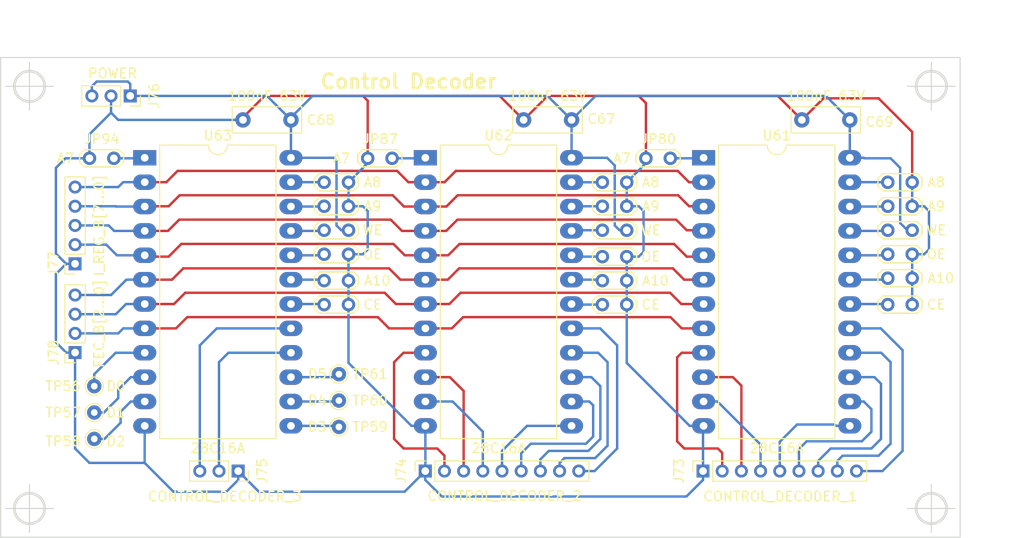
<source format=kicad_pcb>
(kicad_pcb (version 20171130) (host pcbnew 5.1.5+dfsg1-2build2)

  (general
    (thickness 1.6)
    (drawings 15)
    (tracks 371)
    (zones 0)
    (modules 39)
    (nets 55)
  )

  (page A4)
  (title_block
    (title "Control Decoder")
    (date 2021-02-22)
    (rev 2)
  )

  (layers
    (0 F.Cu signal)
    (31 B.Cu signal)
    (32 B.Adhes user)
    (33 F.Adhes user)
    (34 B.Paste user)
    (35 F.Paste user)
    (36 B.SilkS user)
    (37 F.SilkS user)
    (38 B.Mask user)
    (39 F.Mask user)
    (40 Dwgs.User user)
    (41 Cmts.User user)
    (42 Eco1.User user)
    (43 Eco2.User user)
    (44 Edge.Cuts user)
    (45 Margin user)
    (46 B.CrtYd user)
    (47 F.CrtYd user)
    (48 B.Fab user)
    (49 F.Fab user)
  )

  (setup
    (last_trace_width 0.25)
    (trace_clearance 0.25)
    (zone_clearance 0.508)
    (zone_45_only no)
    (trace_min 0.2)
    (via_size 0.8)
    (via_drill 0.4)
    (via_min_size 0.4)
    (via_min_drill 0.3)
    (uvia_size 0.3)
    (uvia_drill 0.1)
    (uvias_allowed no)
    (uvia_min_size 0.2)
    (uvia_min_drill 0.1)
    (edge_width 0.1)
    (segment_width 0.2)
    (pcb_text_width 0.3)
    (pcb_text_size 1.5 1.5)
    (mod_edge_width 0.15)
    (mod_text_size 1 1)
    (mod_text_width 0.15)
    (pad_size 1.524 1.524)
    (pad_drill 0.762)
    (pad_to_mask_clearance 0)
    (aux_axis_origin 0 0)
    (visible_elements FFFFFF7F)
    (pcbplotparams
      (layerselection 0x010fc_ffffffff)
      (usegerberextensions false)
      (usegerberattributes false)
      (usegerberadvancedattributes false)
      (creategerberjobfile false)
      (excludeedgelayer true)
      (linewidth 0.100000)
      (plotframeref false)
      (viasonmask false)
      (mode 1)
      (useauxorigin false)
      (hpglpennumber 1)
      (hpglpenspeed 20)
      (hpglpendiameter 15.000000)
      (psnegative false)
      (psa4output false)
      (plotreference true)
      (plotvalue true)
      (plotinvisibletext false)
      (padsonsilk false)
      (subtractmaskfromsilk false)
      (outputformat 1)
      (mirror false)
      (drillshape 1)
      (scaleselection 1)
      (outputdirectory ""))
  )

  (net 0 "")
  (net 1 GND)
  (net 2 +5V)
  (net 3 HLT)
  (net 4 PC_INC)
  (net 5 JMP)
  (net 6 PC_OUT)
  (net 7 MAR_IN)
  (net 8 RAM_IN)
  (net 9 RAM_OUT)
  (net 10 IR_IN)
  (net 11 IR_OUT)
  (net 12 ACC_OUT)
  (net 13 ACC_IN)
  (net 14 ADD|SUB)
  (net 15 ALU_1)
  (net 16 ALU_0)
  (net 17 ALU_OUT)
  (net 18 XOR_NOT)
  (net 19 BR_IN)
  (net 20 OPR_IN)
  (net 21 i_reg_b7)
  (net 22 i_reg_b6)
  (net 23 i_reg_b5)
  (net 24 i_reg_b4)
  (net 25 fec_b2)
  (net 26 fec_b1)
  (net 27 fec_b0)
  (net 28 "Net-(JP80-Pad2)")
  (net 29 "Net-(JP81-Pad2)")
  (net 30 "Net-(JP82-Pad2)")
  (net 31 "Net-(JP83-Pad2)")
  (net 32 "Net-(JP84-Pad2)")
  (net 33 "Net-(JP85-Pad2)")
  (net 34 "Net-(JP86-Pad2)")
  (net 35 "Net-(JP87-Pad2)")
  (net 36 "Net-(JP88-Pad2)")
  (net 37 "Net-(JP89-Pad2)")
  (net 38 "Net-(JP90-Pad2)")
  (net 39 "Net-(JP91-Pad2)")
  (net 40 "Net-(JP92-Pad2)")
  (net 41 "Net-(JP93-Pad2)")
  (net 42 "Net-(JP94-Pad2)")
  (net 43 "Net-(JP95-Pad2)")
  (net 44 "Net-(JP96-Pad2)")
  (net 45 "Net-(JP97-Pad2)")
  (net 46 "Net-(JP98-Pad2)")
  (net 47 "Net-(JP99-Pad2)")
  (net 48 "Net-(JP100-Pad2)")
  (net 49 "Net-(TP56-Pad1)")
  (net 50 "Net-(TP57-Pad1)")
  (net 51 "Net-(TP58-Pad1)")
  (net 52 "Net-(TP59-Pad1)")
  (net 53 "Net-(TP60-Pad1)")
  (net 54 "Net-(TP61-Pad1)")

  (net_class Default "This is the default net class."
    (clearance 0.25)
    (trace_width 0.25)
    (via_dia 0.8)
    (via_drill 0.4)
    (uvia_dia 0.3)
    (uvia_drill 0.1)
    (add_net +5V)
    (add_net ACC_IN)
    (add_net ACC_OUT)
    (add_net ADD|SUB)
    (add_net ALU_0)
    (add_net ALU_1)
    (add_net ALU_OUT)
    (add_net BR_IN)
    (add_net GND)
    (add_net HLT)
    (add_net IR_IN)
    (add_net IR_OUT)
    (add_net JMP)
    (add_net MAR_IN)
    (add_net "Net-(JP100-Pad2)")
    (add_net "Net-(JP80-Pad2)")
    (add_net "Net-(JP81-Pad2)")
    (add_net "Net-(JP82-Pad2)")
    (add_net "Net-(JP83-Pad2)")
    (add_net "Net-(JP84-Pad2)")
    (add_net "Net-(JP85-Pad2)")
    (add_net "Net-(JP86-Pad2)")
    (add_net "Net-(JP87-Pad2)")
    (add_net "Net-(JP88-Pad2)")
    (add_net "Net-(JP89-Pad2)")
    (add_net "Net-(JP90-Pad2)")
    (add_net "Net-(JP91-Pad2)")
    (add_net "Net-(JP92-Pad2)")
    (add_net "Net-(JP93-Pad2)")
    (add_net "Net-(JP94-Pad2)")
    (add_net "Net-(JP95-Pad2)")
    (add_net "Net-(JP96-Pad2)")
    (add_net "Net-(JP97-Pad2)")
    (add_net "Net-(JP98-Pad2)")
    (add_net "Net-(JP99-Pad2)")
    (add_net "Net-(TP56-Pad1)")
    (add_net "Net-(TP57-Pad1)")
    (add_net "Net-(TP58-Pad1)")
    (add_net "Net-(TP59-Pad1)")
    (add_net "Net-(TP60-Pad1)")
    (add_net "Net-(TP61-Pad1)")
    (add_net OPR_IN)
    (add_net PC_INC)
    (add_net PC_OUT)
    (add_net RAM_IN)
    (add_net RAM_OUT)
    (add_net XOR_NOT)
    (add_net fec_b0)
    (add_net fec_b1)
    (add_net fec_b2)
    (add_net i_reg_b4)
    (add_net i_reg_b5)
    (add_net i_reg_b6)
    (add_net i_reg_b7)
  )

  (module Connector_PinSocket_2.00mm:PinSocket_1x05_P2.00mm_Vertical (layer F.Cu) (tedit 5A19A42B) (tstamp 60264B9A)
    (at 124.75 88.5 180)
    (descr "Through hole straight socket strip, 1x05, 2.00mm pitch, single row (from Kicad 4.0.7), script generated")
    (tags "Through hole socket strip THT 1x05 2.00mm single row")
    (path /6396D14E)
    (fp_text reference J77 (at 2.25 0 90) (layer F.SilkS)
      (effects (font (size 1 1) (thickness 0.15)))
    )
    (fp_text value I_REG_B[7...0] (at -2.5 4 90) (layer F.SilkS)
      (effects (font (size 1 1) (thickness 0.15)))
    )
    (fp_text user %R (at 0 4 90) (layer F.Fab)
      (effects (font (size 1 1) (thickness 0.15)))
    )
    (fp_line (start -1.5 9.5) (end -1.5 -1.5) (layer F.CrtYd) (width 0.05))
    (fp_line (start 1.5 9.5) (end -1.5 9.5) (layer F.CrtYd) (width 0.05))
    (fp_line (start 1.5 -1.5) (end 1.5 9.5) (layer F.CrtYd) (width 0.05))
    (fp_line (start -1.5 -1.5) (end 1.5 -1.5) (layer F.CrtYd) (width 0.05))
    (fp_line (start 0 -1.06) (end 1.06 -1.06) (layer F.SilkS) (width 0.12))
    (fp_line (start 1.06 -1.06) (end 1.06 0) (layer F.SilkS) (width 0.12))
    (fp_line (start 1.06 1) (end 1.06 9.06) (layer F.SilkS) (width 0.12))
    (fp_line (start -1.06 9.06) (end 1.06 9.06) (layer F.SilkS) (width 0.12))
    (fp_line (start -1.06 1) (end -1.06 9.06) (layer F.SilkS) (width 0.12))
    (fp_line (start -1.06 1) (end 1.06 1) (layer F.SilkS) (width 0.12))
    (fp_line (start -1 9) (end -1 -1) (layer F.Fab) (width 0.1))
    (fp_line (start 1 9) (end -1 9) (layer F.Fab) (width 0.1))
    (fp_line (start 1 -0.5) (end 1 9) (layer F.Fab) (width 0.1))
    (fp_line (start 0.5 -1) (end 1 -0.5) (layer F.Fab) (width 0.1))
    (fp_line (start -1 -1) (end 0.5 -1) (layer F.Fab) (width 0.1))
    (pad 5 thru_hole oval (at 0 8 180) (size 1.35 1.35) (drill 0.8) (layers *.Cu *.Mask)
      (net 21 i_reg_b7))
    (pad 4 thru_hole oval (at 0 6 180) (size 1.35 1.35) (drill 0.8) (layers *.Cu *.Mask)
      (net 22 i_reg_b6))
    (pad 3 thru_hole oval (at 0 4 180) (size 1.35 1.35) (drill 0.8) (layers *.Cu *.Mask)
      (net 23 i_reg_b5))
    (pad 2 thru_hole oval (at 0 2 180) (size 1.35 1.35) (drill 0.8) (layers *.Cu *.Mask)
      (net 24 i_reg_b4))
    (pad 1 thru_hole rect (at 0 0 180) (size 1.35 1.35) (drill 0.8) (layers *.Cu *.Mask)
      (net 1 GND))
    (model ${KISYS3DMOD}/Connector_PinSocket_2.00mm.3dshapes/PinSocket_1x05_P2.00mm_Vertical.wrl
      (at (xyz 0 0 0))
      (scale (xyz 1 1 1))
      (rotate (xyz 0 0 0))
    )
  )

  (module TestPoint:TestPoint_THTPad_D1.5mm_Drill0.7mm (layer F.Cu) (tedit 5A0F774F) (tstamp 60262FF6)
    (at 152.25 100)
    (descr "THT pad as test Point, diameter 1.5mm, hole diameter 0.7mm")
    (tags "test point THT pad")
    (path /64A6E898)
    (attr virtual)
    (fp_text reference TP61 (at 3.25 0) (layer F.SilkS)
      (effects (font (size 1 1) (thickness 0.15)))
    )
    (fp_text value D5 (at -2.25 0) (layer F.SilkS)
      (effects (font (size 1 1) (thickness 0.15)))
    )
    (fp_circle (center 0 0) (end 0 0.95) (layer F.SilkS) (width 0.12))
    (fp_circle (center 0 0) (end 1.25 0) (layer F.CrtYd) (width 0.05))
    (fp_text user %R (at 3.25 0) (layer F.Fab)
      (effects (font (size 1 1) (thickness 0.15)))
    )
    (pad 1 thru_hole circle (at 0 0) (size 1.5 1.5) (drill 0.7) (layers *.Cu *.Mask)
      (net 54 "Net-(TP61-Pad1)"))
  )

  (module TestPoint:TestPoint_THTPad_D1.5mm_Drill0.7mm (layer F.Cu) (tedit 5A0F774F) (tstamp 6012AD30)
    (at 152.25 102.75)
    (descr "THT pad as test Point, diameter 1.5mm, hole diameter 0.7mm")
    (tags "test point THT pad")
    (path /64A6E634)
    (attr virtual)
    (fp_text reference TP60 (at 3.25 0) (layer F.SilkS)
      (effects (font (size 1 1) (thickness 0.15)))
    )
    (fp_text value D4 (at -2.25 0) (layer F.SilkS)
      (effects (font (size 1 1) (thickness 0.15)))
    )
    (fp_circle (center 0 0) (end 0 0.95) (layer F.SilkS) (width 0.12))
    (fp_circle (center 0 0) (end 1.25 0) (layer F.CrtYd) (width 0.05))
    (fp_text user %R (at 3.25 0) (layer F.Fab)
      (effects (font (size 1 1) (thickness 0.15)))
    )
    (pad 1 thru_hole circle (at 0 0) (size 1.5 1.5) (drill 0.7) (layers *.Cu *.Mask)
      (net 53 "Net-(TP60-Pad1)"))
  )

  (module TestPoint:TestPoint_THTPad_D1.5mm_Drill0.7mm (layer F.Cu) (tedit 5A0F774F) (tstamp 6012AD23)
    (at 152.25 105.5)
    (descr "THT pad as test Point, diameter 1.5mm, hole diameter 0.7mm")
    (tags "test point THT pad")
    (path /64A6E351)
    (attr virtual)
    (fp_text reference TP59 (at 3.25 0) (layer F.SilkS)
      (effects (font (size 1 1) (thickness 0.15)))
    )
    (fp_text value D3 (at -2.25 0) (layer F.SilkS)
      (effects (font (size 1 1) (thickness 0.15)))
    )
    (fp_circle (center 0 0) (end 0 0.95) (layer F.SilkS) (width 0.12))
    (fp_circle (center 0 0) (end 1.25 0) (layer F.CrtYd) (width 0.05))
    (fp_text user %R (at 3.25 0) (layer F.Fab)
      (effects (font (size 1 1) (thickness 0.15)))
    )
    (pad 1 thru_hole circle (at 0 0) (size 1.5 1.5) (drill 0.7) (layers *.Cu *.Mask)
      (net 52 "Net-(TP59-Pad1)"))
  )

  (module TestPoint:TestPoint_THTPad_D1.5mm_Drill0.7mm (layer F.Cu) (tedit 5A0F774F) (tstamp 6012AD16)
    (at 126.75 106.75)
    (descr "THT pad as test Point, diameter 1.5mm, hole diameter 0.7mm")
    (tags "test point THT pad")
    (path /64A6E1BC)
    (attr virtual)
    (fp_text reference TP58 (at -3.25 0.25) (layer F.SilkS)
      (effects (font (size 1 1) (thickness 0.15)))
    )
    (fp_text value D2 (at 2.25 0.25) (layer F.SilkS)
      (effects (font (size 1 1) (thickness 0.15)))
    )
    (fp_circle (center 0 0) (end 0 0.95) (layer F.SilkS) (width 0.12))
    (fp_circle (center 0 0) (end 1.25 0) (layer F.CrtYd) (width 0.05))
    (fp_text user %R (at -3.25 0.25) (layer F.Fab)
      (effects (font (size 1 1) (thickness 0.15)))
    )
    (pad 1 thru_hole circle (at 0 0) (size 1.5 1.5) (drill 0.7) (layers *.Cu *.Mask)
      (net 51 "Net-(TP58-Pad1)"))
  )

  (module TestPoint:TestPoint_THTPad_D1.5mm_Drill0.7mm (layer F.Cu) (tedit 5A0F774F) (tstamp 6012AD09)
    (at 126.75 104)
    (descr "THT pad as test Point, diameter 1.5mm, hole diameter 0.7mm")
    (tags "test point THT pad")
    (path /64A6DF29)
    (attr virtual)
    (fp_text reference TP57 (at -3.25 0) (layer F.SilkS)
      (effects (font (size 1 1) (thickness 0.15)))
    )
    (fp_text value D1 (at 2.25 0) (layer F.SilkS)
      (effects (font (size 1 1) (thickness 0.15)))
    )
    (fp_circle (center 0 0) (end 0 0.95) (layer F.SilkS) (width 0.12))
    (fp_circle (center 0 0) (end 1.25 0) (layer F.CrtYd) (width 0.05))
    (fp_text user %R (at -3.25 0) (layer F.Fab)
      (effects (font (size 1 1) (thickness 0.15)))
    )
    (pad 1 thru_hole circle (at 0 0) (size 1.5 1.5) (drill 0.7) (layers *.Cu *.Mask)
      (net 50 "Net-(TP57-Pad1)"))
  )

  (module TestPoint:TestPoint_THTPad_D1.5mm_Drill0.7mm (layer F.Cu) (tedit 5A0F774F) (tstamp 60264B19)
    (at 126.75 101.25)
    (descr "THT pad as test Point, diameter 1.5mm, hole diameter 0.7mm")
    (tags "test point THT pad")
    (path /64A6DC2A)
    (attr virtual)
    (fp_text reference TP56 (at -3.25 0) (layer F.SilkS)
      (effects (font (size 1 1) (thickness 0.15)))
    )
    (fp_text value D0 (at 2.25 0) (layer F.SilkS)
      (effects (font (size 1 1) (thickness 0.15)))
    )
    (fp_circle (center 0 0) (end 0 0.95) (layer F.SilkS) (width 0.12))
    (fp_circle (center 0 0) (end 1.25 0) (layer F.CrtYd) (width 0.05))
    (fp_text user %R (at -3.25 0) (layer F.Fab)
      (effects (font (size 1 1) (thickness 0.15)))
    )
    (pad 1 thru_hole circle (at 0 0) (size 1.5 1.5) (drill 0.7) (layers *.Cu *.Mask)
      (net 49 "Net-(TP56-Pad1)"))
  )

  (module Package_DIP:DIP-24_W15.24mm_LongPads (layer F.Cu) (tedit 5A02E8C5) (tstamp 6012ADC1)
    (at 132.01 77.45)
    (descr "24-lead though-hole mounted DIP package, row spacing 15.24 mm (600 mils), LongPads")
    (tags "THT DIP DIL PDIP 2.54mm 15.24mm 600mil LongPads")
    (path /600D7067)
    (fp_text reference U63 (at 7.62 -2.33) (layer F.SilkS)
      (effects (font (size 1 1) (thickness 0.15)))
    )
    (fp_text value 28C16A (at 7.62 30.27) (layer F.SilkS)
      (effects (font (size 1 1) (thickness 0.15)))
    )
    (fp_text user %R (at 7.62 13.97) (layer F.Fab)
      (effects (font (size 1 1) (thickness 0.15)))
    )
    (fp_line (start 16.7 -1.55) (end -1.5 -1.55) (layer F.CrtYd) (width 0.05))
    (fp_line (start 16.7 29.5) (end 16.7 -1.55) (layer F.CrtYd) (width 0.05))
    (fp_line (start -1.5 29.5) (end 16.7 29.5) (layer F.CrtYd) (width 0.05))
    (fp_line (start -1.5 -1.55) (end -1.5 29.5) (layer F.CrtYd) (width 0.05))
    (fp_line (start 13.68 -1.33) (end 8.62 -1.33) (layer F.SilkS) (width 0.12))
    (fp_line (start 13.68 29.27) (end 13.68 -1.33) (layer F.SilkS) (width 0.12))
    (fp_line (start 1.56 29.27) (end 13.68 29.27) (layer F.SilkS) (width 0.12))
    (fp_line (start 1.56 -1.33) (end 1.56 29.27) (layer F.SilkS) (width 0.12))
    (fp_line (start 6.62 -1.33) (end 1.56 -1.33) (layer F.SilkS) (width 0.12))
    (fp_line (start 0.255 -0.27) (end 1.255 -1.27) (layer F.Fab) (width 0.1))
    (fp_line (start 0.255 29.21) (end 0.255 -0.27) (layer F.Fab) (width 0.1))
    (fp_line (start 14.985 29.21) (end 0.255 29.21) (layer F.Fab) (width 0.1))
    (fp_line (start 14.985 -1.27) (end 14.985 29.21) (layer F.Fab) (width 0.1))
    (fp_line (start 1.255 -1.27) (end 14.985 -1.27) (layer F.Fab) (width 0.1))
    (fp_arc (start 7.62 -1.33) (end 6.62 -1.33) (angle -180) (layer F.SilkS) (width 0.12))
    (pad 24 thru_hole oval (at 15.24 0) (size 2.4 1.6) (drill 0.8) (layers *.Cu *.Mask)
      (net 2 +5V))
    (pad 12 thru_hole oval (at 0 27.94) (size 2.4 1.6) (drill 0.8) (layers *.Cu *.Mask)
      (net 1 GND))
    (pad 23 thru_hole oval (at 15.24 2.54) (size 2.4 1.6) (drill 0.8) (layers *.Cu *.Mask)
      (net 43 "Net-(JP95-Pad2)"))
    (pad 11 thru_hole oval (at 0 25.4) (size 2.4 1.6) (drill 0.8) (layers *.Cu *.Mask)
      (net 51 "Net-(TP58-Pad1)"))
    (pad 22 thru_hole oval (at 15.24 5.08) (size 2.4 1.6) (drill 0.8) (layers *.Cu *.Mask)
      (net 44 "Net-(JP96-Pad2)"))
    (pad 10 thru_hole oval (at 0 22.86) (size 2.4 1.6) (drill 0.8) (layers *.Cu *.Mask)
      (net 50 "Net-(TP57-Pad1)"))
    (pad 21 thru_hole oval (at 15.24 7.62) (size 2.4 1.6) (drill 0.8) (layers *.Cu *.Mask)
      (net 48 "Net-(JP100-Pad2)"))
    (pad 9 thru_hole oval (at 0 20.32) (size 2.4 1.6) (drill 0.8) (layers *.Cu *.Mask)
      (net 49 "Net-(TP56-Pad1)"))
    (pad 20 thru_hole oval (at 15.24 10.16) (size 2.4 1.6) (drill 0.8) (layers *.Cu *.Mask)
      (net 47 "Net-(JP99-Pad2)"))
    (pad 8 thru_hole oval (at 0 17.78) (size 2.4 1.6) (drill 0.8) (layers *.Cu *.Mask)
      (net 27 fec_b0))
    (pad 19 thru_hole oval (at 15.24 12.7) (size 2.4 1.6) (drill 0.8) (layers *.Cu *.Mask)
      (net 45 "Net-(JP97-Pad2)"))
    (pad 7 thru_hole oval (at 0 15.24) (size 2.4 1.6) (drill 0.8) (layers *.Cu *.Mask)
      (net 26 fec_b1))
    (pad 18 thru_hole oval (at 15.24 15.24) (size 2.4 1.6) (drill 0.8) (layers *.Cu *.Mask)
      (net 46 "Net-(JP98-Pad2)"))
    (pad 6 thru_hole oval (at 0 12.7) (size 2.4 1.6) (drill 0.8) (layers *.Cu *.Mask)
      (net 25 fec_b2))
    (pad 17 thru_hole oval (at 15.24 17.78) (size 2.4 1.6) (drill 0.8) (layers *.Cu *.Mask)
      (net 19 BR_IN))
    (pad 5 thru_hole oval (at 0 10.16) (size 2.4 1.6) (drill 0.8) (layers *.Cu *.Mask)
      (net 24 i_reg_b4))
    (pad 16 thru_hole oval (at 15.24 20.32) (size 2.4 1.6) (drill 0.8) (layers *.Cu *.Mask)
      (net 20 OPR_IN))
    (pad 4 thru_hole oval (at 0 7.62) (size 2.4 1.6) (drill 0.8) (layers *.Cu *.Mask)
      (net 23 i_reg_b5))
    (pad 15 thru_hole oval (at 15.24 22.86) (size 2.4 1.6) (drill 0.8) (layers *.Cu *.Mask)
      (net 54 "Net-(TP61-Pad1)"))
    (pad 3 thru_hole oval (at 0 5.08) (size 2.4 1.6) (drill 0.8) (layers *.Cu *.Mask)
      (net 22 i_reg_b6))
    (pad 14 thru_hole oval (at 15.24 25.4) (size 2.4 1.6) (drill 0.8) (layers *.Cu *.Mask)
      (net 53 "Net-(TP60-Pad1)"))
    (pad 2 thru_hole oval (at 0 2.54) (size 2.4 1.6) (drill 0.8) (layers *.Cu *.Mask)
      (net 21 i_reg_b7))
    (pad 13 thru_hole oval (at 15.24 27.94) (size 2.4 1.6) (drill 0.8) (layers *.Cu *.Mask)
      (net 52 "Net-(TP59-Pad1)"))
    (pad 1 thru_hole rect (at 0 0) (size 2.4 1.6) (drill 0.8) (layers *.Cu *.Mask)
      (net 42 "Net-(JP94-Pad2)"))
    (model ${KISYS3DMOD}/Package_DIP.3dshapes/DIP-24_W15.24mm.wrl
      (at (xyz 0 0 0))
      (scale (xyz 1 1 1))
      (rotate (xyz 0 0 0))
    )
  )

  (module Package_DIP:DIP-24_W15.24mm_LongPads (layer F.Cu) (tedit 5A02E8C5) (tstamp 60262D08)
    (at 161.26 77.45)
    (descr "24-lead though-hole mounted DIP package, row spacing 15.24 mm (600 mils), LongPads")
    (tags "THT DIP DIL PDIP 2.54mm 15.24mm 600mil LongPads")
    (path /600D642C)
    (fp_text reference U62 (at 7.62 -2.33) (layer F.SilkS)
      (effects (font (size 1 1) (thickness 0.15)))
    )
    (fp_text value 28C16A (at 7.62 30.27) (layer F.SilkS)
      (effects (font (size 1 1) (thickness 0.15)))
    )
    (fp_text user %R (at 7.62 13.97) (layer F.Fab)
      (effects (font (size 1 1) (thickness 0.15)))
    )
    (fp_line (start 16.7 -1.55) (end -1.5 -1.55) (layer F.CrtYd) (width 0.05))
    (fp_line (start 16.7 29.5) (end 16.7 -1.55) (layer F.CrtYd) (width 0.05))
    (fp_line (start -1.5 29.5) (end 16.7 29.5) (layer F.CrtYd) (width 0.05))
    (fp_line (start -1.5 -1.55) (end -1.5 29.5) (layer F.CrtYd) (width 0.05))
    (fp_line (start 13.68 -1.33) (end 8.62 -1.33) (layer F.SilkS) (width 0.12))
    (fp_line (start 13.68 29.27) (end 13.68 -1.33) (layer F.SilkS) (width 0.12))
    (fp_line (start 1.56 29.27) (end 13.68 29.27) (layer F.SilkS) (width 0.12))
    (fp_line (start 1.56 -1.33) (end 1.56 29.27) (layer F.SilkS) (width 0.12))
    (fp_line (start 6.62 -1.33) (end 1.56 -1.33) (layer F.SilkS) (width 0.12))
    (fp_line (start 0.255 -0.27) (end 1.255 -1.27) (layer F.Fab) (width 0.1))
    (fp_line (start 0.255 29.21) (end 0.255 -0.27) (layer F.Fab) (width 0.1))
    (fp_line (start 14.985 29.21) (end 0.255 29.21) (layer F.Fab) (width 0.1))
    (fp_line (start 14.985 -1.27) (end 14.985 29.21) (layer F.Fab) (width 0.1))
    (fp_line (start 1.255 -1.27) (end 14.985 -1.27) (layer F.Fab) (width 0.1))
    (fp_arc (start 7.62 -1.33) (end 6.62 -1.33) (angle -180) (layer F.SilkS) (width 0.12))
    (pad 24 thru_hole oval (at 15.24 0) (size 2.4 1.6) (drill 0.8) (layers *.Cu *.Mask)
      (net 2 +5V))
    (pad 12 thru_hole oval (at 0 27.94) (size 2.4 1.6) (drill 0.8) (layers *.Cu *.Mask)
      (net 1 GND))
    (pad 23 thru_hole oval (at 15.24 2.54) (size 2.4 1.6) (drill 0.8) (layers *.Cu *.Mask)
      (net 36 "Net-(JP88-Pad2)"))
    (pad 11 thru_hole oval (at 0 25.4) (size 2.4 1.6) (drill 0.8) (layers *.Cu *.Mask)
      (net 16 ALU_0))
    (pad 22 thru_hole oval (at 15.24 5.08) (size 2.4 1.6) (drill 0.8) (layers *.Cu *.Mask)
      (net 37 "Net-(JP89-Pad2)"))
    (pad 10 thru_hole oval (at 0 22.86) (size 2.4 1.6) (drill 0.8) (layers *.Cu *.Mask)
      (net 17 ALU_OUT))
    (pad 21 thru_hole oval (at 15.24 7.62) (size 2.4 1.6) (drill 0.8) (layers *.Cu *.Mask)
      (net 41 "Net-(JP93-Pad2)"))
    (pad 9 thru_hole oval (at 0 20.32) (size 2.4 1.6) (drill 0.8) (layers *.Cu *.Mask)
      (net 18 XOR_NOT))
    (pad 20 thru_hole oval (at 15.24 10.16) (size 2.4 1.6) (drill 0.8) (layers *.Cu *.Mask)
      (net 40 "Net-(JP92-Pad2)"))
    (pad 8 thru_hole oval (at 0 17.78) (size 2.4 1.6) (drill 0.8) (layers *.Cu *.Mask)
      (net 27 fec_b0))
    (pad 19 thru_hole oval (at 15.24 12.7) (size 2.4 1.6) (drill 0.8) (layers *.Cu *.Mask)
      (net 38 "Net-(JP90-Pad2)"))
    (pad 7 thru_hole oval (at 0 15.24) (size 2.4 1.6) (drill 0.8) (layers *.Cu *.Mask)
      (net 26 fec_b1))
    (pad 18 thru_hole oval (at 15.24 15.24) (size 2.4 1.6) (drill 0.8) (layers *.Cu *.Mask)
      (net 39 "Net-(JP91-Pad2)"))
    (pad 6 thru_hole oval (at 0 12.7) (size 2.4 1.6) (drill 0.8) (layers *.Cu *.Mask)
      (net 25 fec_b2))
    (pad 17 thru_hole oval (at 15.24 17.78) (size 2.4 1.6) (drill 0.8) (layers *.Cu *.Mask)
      (net 11 IR_OUT))
    (pad 5 thru_hole oval (at 0 10.16) (size 2.4 1.6) (drill 0.8) (layers *.Cu *.Mask)
      (net 24 i_reg_b4))
    (pad 16 thru_hole oval (at 15.24 20.32) (size 2.4 1.6) (drill 0.8) (layers *.Cu *.Mask)
      (net 12 ACC_OUT))
    (pad 4 thru_hole oval (at 0 7.62) (size 2.4 1.6) (drill 0.8) (layers *.Cu *.Mask)
      (net 23 i_reg_b5))
    (pad 15 thru_hole oval (at 15.24 22.86) (size 2.4 1.6) (drill 0.8) (layers *.Cu *.Mask)
      (net 13 ACC_IN))
    (pad 3 thru_hole oval (at 0 5.08) (size 2.4 1.6) (drill 0.8) (layers *.Cu *.Mask)
      (net 22 i_reg_b6))
    (pad 14 thru_hole oval (at 15.24 25.4) (size 2.4 1.6) (drill 0.8) (layers *.Cu *.Mask)
      (net 14 ADD|SUB))
    (pad 2 thru_hole oval (at 0 2.54) (size 2.4 1.6) (drill 0.8) (layers *.Cu *.Mask)
      (net 21 i_reg_b7))
    (pad 13 thru_hole oval (at 15.24 27.94) (size 2.4 1.6) (drill 0.8) (layers *.Cu *.Mask)
      (net 15 ALU_1))
    (pad 1 thru_hole rect (at 0 0) (size 2.4 1.6) (drill 0.8) (layers *.Cu *.Mask)
      (net 35 "Net-(JP87-Pad2)"))
    (model ${KISYS3DMOD}/Package_DIP.3dshapes/DIP-24_W15.24mm.wrl
      (at (xyz 0 0 0))
      (scale (xyz 1 1 1))
      (rotate (xyz 0 0 0))
    )
  )

  (module Package_DIP:DIP-24_W15.24mm_LongPads (layer F.Cu) (tedit 5A02E8C5) (tstamp 60265AA2)
    (at 190.26 77.45)
    (descr "24-lead though-hole mounted DIP package, row spacing 15.24 mm (600 mils), LongPads")
    (tags "THT DIP DIL PDIP 2.54mm 15.24mm 600mil LongPads")
    (path /600CB782)
    (fp_text reference U61 (at 7.62 -2.33) (layer F.SilkS)
      (effects (font (size 1 1) (thickness 0.15)))
    )
    (fp_text value 28C16A (at 7.62 30.27) (layer F.SilkS)
      (effects (font (size 1 1) (thickness 0.15)))
    )
    (fp_text user %R (at 7.62 13.97) (layer F.Fab)
      (effects (font (size 1 1) (thickness 0.15)))
    )
    (fp_line (start 16.7 -1.55) (end -1.5 -1.55) (layer F.CrtYd) (width 0.05))
    (fp_line (start 16.7 29.5) (end 16.7 -1.55) (layer F.CrtYd) (width 0.05))
    (fp_line (start -1.5 29.5) (end 16.7 29.5) (layer F.CrtYd) (width 0.05))
    (fp_line (start -1.5 -1.55) (end -1.5 29.5) (layer F.CrtYd) (width 0.05))
    (fp_line (start 13.68 -1.33) (end 8.62 -1.33) (layer F.SilkS) (width 0.12))
    (fp_line (start 13.68 29.27) (end 13.68 -1.33) (layer F.SilkS) (width 0.12))
    (fp_line (start 1.56 29.27) (end 13.68 29.27) (layer F.SilkS) (width 0.12))
    (fp_line (start 1.56 -1.33) (end 1.56 29.27) (layer F.SilkS) (width 0.12))
    (fp_line (start 6.62 -1.33) (end 1.56 -1.33) (layer F.SilkS) (width 0.12))
    (fp_line (start 0.255 -0.27) (end 1.255 -1.27) (layer F.Fab) (width 0.1))
    (fp_line (start 0.255 29.21) (end 0.255 -0.27) (layer F.Fab) (width 0.1))
    (fp_line (start 14.985 29.21) (end 0.255 29.21) (layer F.Fab) (width 0.1))
    (fp_line (start 14.985 -1.27) (end 14.985 29.21) (layer F.Fab) (width 0.1))
    (fp_line (start 1.255 -1.27) (end 14.985 -1.27) (layer F.Fab) (width 0.1))
    (fp_arc (start 7.62 -1.33) (end 6.62 -1.33) (angle -180) (layer F.SilkS) (width 0.12))
    (pad 24 thru_hole oval (at 15.24 0) (size 2.4 1.6) (drill 0.8) (layers *.Cu *.Mask)
      (net 2 +5V))
    (pad 12 thru_hole oval (at 0 27.94) (size 2.4 1.6) (drill 0.8) (layers *.Cu *.Mask)
      (net 1 GND))
    (pad 23 thru_hole oval (at 15.24 2.54) (size 2.4 1.6) (drill 0.8) (layers *.Cu *.Mask)
      (net 29 "Net-(JP81-Pad2)"))
    (pad 11 thru_hole oval (at 0 25.4) (size 2.4 1.6) (drill 0.8) (layers *.Cu *.Mask)
      (net 8 RAM_IN))
    (pad 22 thru_hole oval (at 15.24 5.08) (size 2.4 1.6) (drill 0.8) (layers *.Cu *.Mask)
      (net 30 "Net-(JP82-Pad2)"))
    (pad 10 thru_hole oval (at 0 22.86) (size 2.4 1.6) (drill 0.8) (layers *.Cu *.Mask)
      (net 9 RAM_OUT))
    (pad 21 thru_hole oval (at 15.24 7.62) (size 2.4 1.6) (drill 0.8) (layers *.Cu *.Mask)
      (net 34 "Net-(JP86-Pad2)"))
    (pad 9 thru_hole oval (at 0 20.32) (size 2.4 1.6) (drill 0.8) (layers *.Cu *.Mask)
      (net 10 IR_IN))
    (pad 20 thru_hole oval (at 15.24 10.16) (size 2.4 1.6) (drill 0.8) (layers *.Cu *.Mask)
      (net 33 "Net-(JP85-Pad2)"))
    (pad 8 thru_hole oval (at 0 17.78) (size 2.4 1.6) (drill 0.8) (layers *.Cu *.Mask)
      (net 27 fec_b0))
    (pad 19 thru_hole oval (at 15.24 12.7) (size 2.4 1.6) (drill 0.8) (layers *.Cu *.Mask)
      (net 31 "Net-(JP83-Pad2)"))
    (pad 7 thru_hole oval (at 0 15.24) (size 2.4 1.6) (drill 0.8) (layers *.Cu *.Mask)
      (net 26 fec_b1))
    (pad 18 thru_hole oval (at 15.24 15.24) (size 2.4 1.6) (drill 0.8) (layers *.Cu *.Mask)
      (net 32 "Net-(JP84-Pad2)"))
    (pad 6 thru_hole oval (at 0 12.7) (size 2.4 1.6) (drill 0.8) (layers *.Cu *.Mask)
      (net 25 fec_b2))
    (pad 17 thru_hole oval (at 15.24 17.78) (size 2.4 1.6) (drill 0.8) (layers *.Cu *.Mask)
      (net 3 HLT))
    (pad 5 thru_hole oval (at 0 10.16) (size 2.4 1.6) (drill 0.8) (layers *.Cu *.Mask)
      (net 24 i_reg_b4))
    (pad 16 thru_hole oval (at 15.24 20.32) (size 2.4 1.6) (drill 0.8) (layers *.Cu *.Mask)
      (net 4 PC_INC))
    (pad 4 thru_hole oval (at 0 7.62) (size 2.4 1.6) (drill 0.8) (layers *.Cu *.Mask)
      (net 23 i_reg_b5))
    (pad 15 thru_hole oval (at 15.24 22.86) (size 2.4 1.6) (drill 0.8) (layers *.Cu *.Mask)
      (net 5 JMP))
    (pad 3 thru_hole oval (at 0 5.08) (size 2.4 1.6) (drill 0.8) (layers *.Cu *.Mask)
      (net 22 i_reg_b6))
    (pad 14 thru_hole oval (at 15.24 25.4) (size 2.4 1.6) (drill 0.8) (layers *.Cu *.Mask)
      (net 6 PC_OUT))
    (pad 2 thru_hole oval (at 0 2.54) (size 2.4 1.6) (drill 0.8) (layers *.Cu *.Mask)
      (net 21 i_reg_b7))
    (pad 13 thru_hole oval (at 15.24 27.94) (size 2.4 1.6) (drill 0.8) (layers *.Cu *.Mask)
      (net 7 MAR_IN))
    (pad 1 thru_hole rect (at 0 0) (size 2.4 1.6) (drill 0.8) (layers *.Cu *.Mask)
      (net 28 "Net-(JP80-Pad2)"))
    (model ${KISYS3DMOD}/Package_DIP.3dshapes/DIP-24_W15.24mm.wrl
      (at (xyz 0 0 0))
      (scale (xyz 1 1 1))
      (rotate (xyz 0 0 0))
    )
  )

  (module TestPoint:TestPoint_2Pads_Pitch2.54mm_Drill0.8mm (layer F.Cu) (tedit 5A0F774F) (tstamp 6012ACEF)
    (at 153.25 85 180)
    (descr "Test point with 2 pins, pitch 2.54mm, drill diameter 0.8mm")
    (tags "CONN DEV")
    (path /64E7ADB3)
    (attr virtual)
    (fp_text reference JP100 (at -3.75 -1.2) (layer F.Fab)
      (effects (font (size 1 1) (thickness 0.15)))
    )
    (fp_text value WE (at -2.5 0) (layer F.SilkS)
      (effects (font (size 1 1) (thickness 0.15)))
    )
    (fp_line (start -1.03 -0.4) (end -0.53 -0.9) (layer F.SilkS) (width 0.15))
    (fp_line (start -1.03 0.4) (end -1.03 -0.4) (layer F.SilkS) (width 0.15))
    (fp_line (start -0.53 0.9) (end -1.03 0.4) (layer F.SilkS) (width 0.15))
    (fp_line (start 3.07 0.9) (end -0.53 0.9) (layer F.SilkS) (width 0.15))
    (fp_line (start 3.57 0.4) (end 3.07 0.9) (layer F.SilkS) (width 0.15))
    (fp_line (start 3.57 -0.4) (end 3.57 0.4) (layer F.SilkS) (width 0.15))
    (fp_line (start 3.07 -0.9) (end 3.57 -0.4) (layer F.SilkS) (width 0.15))
    (fp_line (start -0.53 -0.9) (end 3.07 -0.9) (layer F.SilkS) (width 0.15))
    (fp_line (start -1.3 0.5) (end -0.65 1.15) (layer F.CrtYd) (width 0.05))
    (fp_line (start -1.3 -0.5) (end -1.3 0.5) (layer F.CrtYd) (width 0.05))
    (fp_line (start -0.65 -1.15) (end -1.3 -0.5) (layer F.CrtYd) (width 0.05))
    (fp_line (start 3.15 -1.15) (end -0.65 -1.15) (layer F.CrtYd) (width 0.05))
    (fp_line (start 3.8 -0.5) (end 3.15 -1.15) (layer F.CrtYd) (width 0.05))
    (fp_line (start 3.8 0.5) (end 3.8 -0.5) (layer F.CrtYd) (width 0.05))
    (fp_line (start 3.15 1.15) (end 3.8 0.5) (layer F.CrtYd) (width 0.05))
    (fp_line (start -0.65 1.15) (end 3.15 1.15) (layer F.CrtYd) (width 0.05))
    (fp_text user %R (at -3.75 -1.2) (layer F.Fab)
      (effects (font (size 1 1) (thickness 0.15)))
    )
    (pad 2 thru_hole circle (at 2.54 0 180) (size 1.4 1.4) (drill 0.8) (layers *.Cu *.Mask)
      (net 48 "Net-(JP100-Pad2)"))
    (pad 1 thru_hole circle (at 0 0 180) (size 1.4 1.4) (drill 0.8) (layers *.Cu *.Mask)
      (net 2 +5V))
  )

  (module TestPoint:TestPoint_2Pads_Pitch2.54mm_Drill0.8mm (layer F.Cu) (tedit 5A0F774F) (tstamp 6012ACD8)
    (at 153.25 87.5 180)
    (descr "Test point with 2 pins, pitch 2.54mm, drill diameter 0.8mm")
    (tags "CONN DEV")
    (path /64E1E214)
    (attr virtual)
    (fp_text reference JP99 (at -3.35 -1.3) (layer F.Fab)
      (effects (font (size 1 1) (thickness 0.15)))
    )
    (fp_text value OE (at -2.5 0) (layer F.SilkS)
      (effects (font (size 1 1) (thickness 0.15)))
    )
    (fp_line (start -1.03 -0.4) (end -0.53 -0.9) (layer F.SilkS) (width 0.15))
    (fp_line (start -1.03 0.4) (end -1.03 -0.4) (layer F.SilkS) (width 0.15))
    (fp_line (start -0.53 0.9) (end -1.03 0.4) (layer F.SilkS) (width 0.15))
    (fp_line (start 3.07 0.9) (end -0.53 0.9) (layer F.SilkS) (width 0.15))
    (fp_line (start 3.57 0.4) (end 3.07 0.9) (layer F.SilkS) (width 0.15))
    (fp_line (start 3.57 -0.4) (end 3.57 0.4) (layer F.SilkS) (width 0.15))
    (fp_line (start 3.07 -0.9) (end 3.57 -0.4) (layer F.SilkS) (width 0.15))
    (fp_line (start -0.53 -0.9) (end 3.07 -0.9) (layer F.SilkS) (width 0.15))
    (fp_line (start -1.3 0.5) (end -0.65 1.15) (layer F.CrtYd) (width 0.05))
    (fp_line (start -1.3 -0.5) (end -1.3 0.5) (layer F.CrtYd) (width 0.05))
    (fp_line (start -0.65 -1.15) (end -1.3 -0.5) (layer F.CrtYd) (width 0.05))
    (fp_line (start 3.15 -1.15) (end -0.65 -1.15) (layer F.CrtYd) (width 0.05))
    (fp_line (start 3.8 -0.5) (end 3.15 -1.15) (layer F.CrtYd) (width 0.05))
    (fp_line (start 3.8 0.5) (end 3.8 -0.5) (layer F.CrtYd) (width 0.05))
    (fp_line (start 3.15 1.15) (end 3.8 0.5) (layer F.CrtYd) (width 0.05))
    (fp_line (start -0.65 1.15) (end 3.15 1.15) (layer F.CrtYd) (width 0.05))
    (fp_text user %R (at -3.35 -1.3) (layer F.Fab)
      (effects (font (size 1 1) (thickness 0.15)))
    )
    (pad 2 thru_hole circle (at 2.54 0 180) (size 1.4 1.4) (drill 0.8) (layers *.Cu *.Mask)
      (net 47 "Net-(JP99-Pad2)"))
    (pad 1 thru_hole circle (at 0 0 180) (size 1.4 1.4) (drill 0.8) (layers *.Cu *.Mask)
      (net 1 GND))
  )

  (module TestPoint:TestPoint_2Pads_Pitch2.54mm_Drill0.8mm (layer F.Cu) (tedit 5A0F774F) (tstamp 6012ACC1)
    (at 153.25 92.75 180)
    (descr "Test point with 2 pins, pitch 2.54mm, drill diameter 0.8mm")
    (tags "CONN DEV")
    (path /64E51813)
    (attr virtual)
    (fp_text reference JP98 (at 1.3 -2) (layer F.Fab)
      (effects (font (size 1 1) (thickness 0.15)))
    )
    (fp_text value CE (at -2.5 0) (layer F.SilkS)
      (effects (font (size 1 1) (thickness 0.15)))
    )
    (fp_line (start -1.03 -0.4) (end -0.53 -0.9) (layer F.SilkS) (width 0.15))
    (fp_line (start -1.03 0.4) (end -1.03 -0.4) (layer F.SilkS) (width 0.15))
    (fp_line (start -0.53 0.9) (end -1.03 0.4) (layer F.SilkS) (width 0.15))
    (fp_line (start 3.07 0.9) (end -0.53 0.9) (layer F.SilkS) (width 0.15))
    (fp_line (start 3.57 0.4) (end 3.07 0.9) (layer F.SilkS) (width 0.15))
    (fp_line (start 3.57 -0.4) (end 3.57 0.4) (layer F.SilkS) (width 0.15))
    (fp_line (start 3.07 -0.9) (end 3.57 -0.4) (layer F.SilkS) (width 0.15))
    (fp_line (start -0.53 -0.9) (end 3.07 -0.9) (layer F.SilkS) (width 0.15))
    (fp_line (start -1.3 0.5) (end -0.65 1.15) (layer F.CrtYd) (width 0.05))
    (fp_line (start -1.3 -0.5) (end -1.3 0.5) (layer F.CrtYd) (width 0.05))
    (fp_line (start -0.65 -1.15) (end -1.3 -0.5) (layer F.CrtYd) (width 0.05))
    (fp_line (start 3.15 -1.15) (end -0.65 -1.15) (layer F.CrtYd) (width 0.05))
    (fp_line (start 3.8 -0.5) (end 3.15 -1.15) (layer F.CrtYd) (width 0.05))
    (fp_line (start 3.8 0.5) (end 3.8 -0.5) (layer F.CrtYd) (width 0.05))
    (fp_line (start 3.15 1.15) (end 3.8 0.5) (layer F.CrtYd) (width 0.05))
    (fp_line (start -0.65 1.15) (end 3.15 1.15) (layer F.CrtYd) (width 0.05))
    (fp_text user %R (at 1.3 -2) (layer F.Fab)
      (effects (font (size 1 1) (thickness 0.15)))
    )
    (pad 2 thru_hole circle (at 2.54 0 180) (size 1.4 1.4) (drill 0.8) (layers *.Cu *.Mask)
      (net 46 "Net-(JP98-Pad2)"))
    (pad 1 thru_hole circle (at 0 0 180) (size 1.4 1.4) (drill 0.8) (layers *.Cu *.Mask)
      (net 1 GND))
  )

  (module TestPoint:TestPoint_2Pads_Pitch2.54mm_Drill0.8mm (layer F.Cu) (tedit 5A0F774F) (tstamp 6012ACAA)
    (at 153.25 90.25 180)
    (descr "Test point with 2 pins, pitch 2.54mm, drill diameter 0.8mm")
    (tags "CONN DEV")
    (path /64E59171)
    (attr virtual)
    (fp_text reference JP97 (at -3.35 -1.15) (layer F.Fab)
      (effects (font (size 1 1) (thickness 0.15)))
    )
    (fp_text value A10 (at -3 0) (layer F.SilkS)
      (effects (font (size 1 1) (thickness 0.15)))
    )
    (fp_line (start -1.03 -0.4) (end -0.53 -0.9) (layer F.SilkS) (width 0.15))
    (fp_line (start -1.03 0.4) (end -1.03 -0.4) (layer F.SilkS) (width 0.15))
    (fp_line (start -0.53 0.9) (end -1.03 0.4) (layer F.SilkS) (width 0.15))
    (fp_line (start 3.07 0.9) (end -0.53 0.9) (layer F.SilkS) (width 0.15))
    (fp_line (start 3.57 0.4) (end 3.07 0.9) (layer F.SilkS) (width 0.15))
    (fp_line (start 3.57 -0.4) (end 3.57 0.4) (layer F.SilkS) (width 0.15))
    (fp_line (start 3.07 -0.9) (end 3.57 -0.4) (layer F.SilkS) (width 0.15))
    (fp_line (start -0.53 -0.9) (end 3.07 -0.9) (layer F.SilkS) (width 0.15))
    (fp_line (start -1.3 0.5) (end -0.65 1.15) (layer F.CrtYd) (width 0.05))
    (fp_line (start -1.3 -0.5) (end -1.3 0.5) (layer F.CrtYd) (width 0.05))
    (fp_line (start -0.65 -1.15) (end -1.3 -0.5) (layer F.CrtYd) (width 0.05))
    (fp_line (start 3.15 -1.15) (end -0.65 -1.15) (layer F.CrtYd) (width 0.05))
    (fp_line (start 3.8 -0.5) (end 3.15 -1.15) (layer F.CrtYd) (width 0.05))
    (fp_line (start 3.8 0.5) (end 3.8 -0.5) (layer F.CrtYd) (width 0.05))
    (fp_line (start 3.15 1.15) (end 3.8 0.5) (layer F.CrtYd) (width 0.05))
    (fp_line (start -0.65 1.15) (end 3.15 1.15) (layer F.CrtYd) (width 0.05))
    (fp_text user %R (at -3.35 -1.15) (layer F.Fab)
      (effects (font (size 1 1) (thickness 0.15)))
    )
    (pad 2 thru_hole circle (at 2.54 0 180) (size 1.4 1.4) (drill 0.8) (layers *.Cu *.Mask)
      (net 45 "Net-(JP97-Pad2)"))
    (pad 1 thru_hole circle (at 0 0 180) (size 1.4 1.4) (drill 0.8) (layers *.Cu *.Mask)
      (net 1 GND))
  )

  (module TestPoint:TestPoint_2Pads_Pitch2.54mm_Drill0.8mm (layer F.Cu) (tedit 5A0F774F) (tstamp 6012AC93)
    (at 153.25 82.5 180)
    (descr "Test point with 2 pins, pitch 2.54mm, drill diameter 0.8mm")
    (tags "CONN DEV")
    (path /64E5EADE)
    (attr virtual)
    (fp_text reference JP96 (at -3.35 -1.3) (layer F.Fab)
      (effects (font (size 1 1) (thickness 0.15)))
    )
    (fp_text value A9 (at -2.5 0) (layer F.SilkS)
      (effects (font (size 1 1) (thickness 0.15)))
    )
    (fp_line (start -1.03 -0.4) (end -0.53 -0.9) (layer F.SilkS) (width 0.15))
    (fp_line (start -1.03 0.4) (end -1.03 -0.4) (layer F.SilkS) (width 0.15))
    (fp_line (start -0.53 0.9) (end -1.03 0.4) (layer F.SilkS) (width 0.15))
    (fp_line (start 3.07 0.9) (end -0.53 0.9) (layer F.SilkS) (width 0.15))
    (fp_line (start 3.57 0.4) (end 3.07 0.9) (layer F.SilkS) (width 0.15))
    (fp_line (start 3.57 -0.4) (end 3.57 0.4) (layer F.SilkS) (width 0.15))
    (fp_line (start 3.07 -0.9) (end 3.57 -0.4) (layer F.SilkS) (width 0.15))
    (fp_line (start -0.53 -0.9) (end 3.07 -0.9) (layer F.SilkS) (width 0.15))
    (fp_line (start -1.3 0.5) (end -0.65 1.15) (layer F.CrtYd) (width 0.05))
    (fp_line (start -1.3 -0.5) (end -1.3 0.5) (layer F.CrtYd) (width 0.05))
    (fp_line (start -0.65 -1.15) (end -1.3 -0.5) (layer F.CrtYd) (width 0.05))
    (fp_line (start 3.15 -1.15) (end -0.65 -1.15) (layer F.CrtYd) (width 0.05))
    (fp_line (start 3.8 -0.5) (end 3.15 -1.15) (layer F.CrtYd) (width 0.05))
    (fp_line (start 3.8 0.5) (end 3.8 -0.5) (layer F.CrtYd) (width 0.05))
    (fp_line (start 3.15 1.15) (end 3.8 0.5) (layer F.CrtYd) (width 0.05))
    (fp_line (start -0.65 1.15) (end 3.15 1.15) (layer F.CrtYd) (width 0.05))
    (fp_text user %R (at -3.35 -1.3) (layer F.Fab)
      (effects (font (size 1 1) (thickness 0.15)))
    )
    (pad 2 thru_hole circle (at 2.54 0 180) (size 1.4 1.4) (drill 0.8) (layers *.Cu *.Mask)
      (net 44 "Net-(JP96-Pad2)"))
    (pad 1 thru_hole circle (at 0 0 180) (size 1.4 1.4) (drill 0.8) (layers *.Cu *.Mask)
      (net 1 GND))
  )

  (module TestPoint:TestPoint_2Pads_Pitch2.54mm_Drill0.8mm (layer F.Cu) (tedit 5A0F774F) (tstamp 6012AC7C)
    (at 153.25 80 180)
    (descr "Test point with 2 pins, pitch 2.54mm, drill diameter 0.8mm")
    (tags "CONN DEV")
    (path /64E6449C)
    (attr virtual)
    (fp_text reference JP95 (at -3.35 -1.2) (layer F.Fab)
      (effects (font (size 1 1) (thickness 0.15)))
    )
    (fp_text value A8 (at -2.5 0) (layer F.SilkS)
      (effects (font (size 1 1) (thickness 0.15)))
    )
    (fp_line (start -1.03 -0.4) (end -0.53 -0.9) (layer F.SilkS) (width 0.15))
    (fp_line (start -1.03 0.4) (end -1.03 -0.4) (layer F.SilkS) (width 0.15))
    (fp_line (start -0.53 0.9) (end -1.03 0.4) (layer F.SilkS) (width 0.15))
    (fp_line (start 3.07 0.9) (end -0.53 0.9) (layer F.SilkS) (width 0.15))
    (fp_line (start 3.57 0.4) (end 3.07 0.9) (layer F.SilkS) (width 0.15))
    (fp_line (start 3.57 -0.4) (end 3.57 0.4) (layer F.SilkS) (width 0.15))
    (fp_line (start 3.07 -0.9) (end 3.57 -0.4) (layer F.SilkS) (width 0.15))
    (fp_line (start -0.53 -0.9) (end 3.07 -0.9) (layer F.SilkS) (width 0.15))
    (fp_line (start -1.3 0.5) (end -0.65 1.15) (layer F.CrtYd) (width 0.05))
    (fp_line (start -1.3 -0.5) (end -1.3 0.5) (layer F.CrtYd) (width 0.05))
    (fp_line (start -0.65 -1.15) (end -1.3 -0.5) (layer F.CrtYd) (width 0.05))
    (fp_line (start 3.15 -1.15) (end -0.65 -1.15) (layer F.CrtYd) (width 0.05))
    (fp_line (start 3.8 -0.5) (end 3.15 -1.15) (layer F.CrtYd) (width 0.05))
    (fp_line (start 3.8 0.5) (end 3.8 -0.5) (layer F.CrtYd) (width 0.05))
    (fp_line (start 3.15 1.15) (end 3.8 0.5) (layer F.CrtYd) (width 0.05))
    (fp_line (start -0.65 1.15) (end 3.15 1.15) (layer F.CrtYd) (width 0.05))
    (fp_text user %R (at -3.35 -1.2) (layer F.Fab)
      (effects (font (size 1 1) (thickness 0.15)))
    )
    (pad 2 thru_hole circle (at 2.54 0 180) (size 1.4 1.4) (drill 0.8) (layers *.Cu *.Mask)
      (net 43 "Net-(JP95-Pad2)"))
    (pad 1 thru_hole circle (at 0 0 180) (size 1.4 1.4) (drill 0.8) (layers *.Cu *.Mask)
      (net 1 GND))
  )

  (module TestPoint:TestPoint_2Pads_Pitch2.54mm_Drill0.8mm (layer F.Cu) (tedit 5A0F774F) (tstamp 6012AC65)
    (at 126.25 77.5)
    (descr "Test point with 2 pins, pitch 2.54mm, drill diameter 0.8mm")
    (tags "CONN DEV")
    (path /64E648CC)
    (attr virtual)
    (fp_text reference JP94 (at 1.3 -2) (layer F.SilkS)
      (effects (font (size 1 1) (thickness 0.15)))
    )
    (fp_text value A7 (at -2.5 0) (layer F.SilkS)
      (effects (font (size 1 1) (thickness 0.15)))
    )
    (fp_line (start -1.03 -0.4) (end -0.53 -0.9) (layer F.SilkS) (width 0.15))
    (fp_line (start -1.03 0.4) (end -1.03 -0.4) (layer F.SilkS) (width 0.15))
    (fp_line (start -0.53 0.9) (end -1.03 0.4) (layer F.SilkS) (width 0.15))
    (fp_line (start 3.07 0.9) (end -0.53 0.9) (layer F.SilkS) (width 0.15))
    (fp_line (start 3.57 0.4) (end 3.07 0.9) (layer F.SilkS) (width 0.15))
    (fp_line (start 3.57 -0.4) (end 3.57 0.4) (layer F.SilkS) (width 0.15))
    (fp_line (start 3.07 -0.9) (end 3.57 -0.4) (layer F.SilkS) (width 0.15))
    (fp_line (start -0.53 -0.9) (end 3.07 -0.9) (layer F.SilkS) (width 0.15))
    (fp_line (start -1.3 0.5) (end -0.65 1.15) (layer F.CrtYd) (width 0.05))
    (fp_line (start -1.3 -0.5) (end -1.3 0.5) (layer F.CrtYd) (width 0.05))
    (fp_line (start -0.65 -1.15) (end -1.3 -0.5) (layer F.CrtYd) (width 0.05))
    (fp_line (start 3.15 -1.15) (end -0.65 -1.15) (layer F.CrtYd) (width 0.05))
    (fp_line (start 3.8 -0.5) (end 3.15 -1.15) (layer F.CrtYd) (width 0.05))
    (fp_line (start 3.8 0.5) (end 3.8 -0.5) (layer F.CrtYd) (width 0.05))
    (fp_line (start 3.15 1.15) (end 3.8 0.5) (layer F.CrtYd) (width 0.05))
    (fp_line (start -0.65 1.15) (end 3.15 1.15) (layer F.CrtYd) (width 0.05))
    (fp_text user %R (at 1.3 -2) (layer F.Fab)
      (effects (font (size 1 1) (thickness 0.15)))
    )
    (pad 2 thru_hole circle (at 2.54 0) (size 1.4 1.4) (drill 0.8) (layers *.Cu *.Mask)
      (net 42 "Net-(JP94-Pad2)"))
    (pad 1 thru_hole circle (at 0 0) (size 1.4 1.4) (drill 0.8) (layers *.Cu *.Mask)
      (net 1 GND))
  )

  (module TestPoint:TestPoint_2Pads_Pitch2.54mm_Drill0.8mm (layer F.Cu) (tedit 5A0F774F) (tstamp 6012AC4E)
    (at 182.25 85 180)
    (descr "Test point with 2 pins, pitch 2.54mm, drill diameter 0.8mm")
    (tags "CONN DEV")
    (path /64EC8F21)
    (attr virtual)
    (fp_text reference JP93 (at 1.45 -14.6) (layer F.Fab)
      (effects (font (size 1 1) (thickness 0.15)))
    )
    (fp_text value WE (at -2.5 0) (layer F.SilkS)
      (effects (font (size 1 1) (thickness 0.15)))
    )
    (fp_line (start -1.03 -0.4) (end -0.53 -0.9) (layer F.SilkS) (width 0.15))
    (fp_line (start -1.03 0.4) (end -1.03 -0.4) (layer F.SilkS) (width 0.15))
    (fp_line (start -0.53 0.9) (end -1.03 0.4) (layer F.SilkS) (width 0.15))
    (fp_line (start 3.07 0.9) (end -0.53 0.9) (layer F.SilkS) (width 0.15))
    (fp_line (start 3.57 0.4) (end 3.07 0.9) (layer F.SilkS) (width 0.15))
    (fp_line (start 3.57 -0.4) (end 3.57 0.4) (layer F.SilkS) (width 0.15))
    (fp_line (start 3.07 -0.9) (end 3.57 -0.4) (layer F.SilkS) (width 0.15))
    (fp_line (start -0.53 -0.9) (end 3.07 -0.9) (layer F.SilkS) (width 0.15))
    (fp_line (start -1.3 0.5) (end -0.65 1.15) (layer F.CrtYd) (width 0.05))
    (fp_line (start -1.3 -0.5) (end -1.3 0.5) (layer F.CrtYd) (width 0.05))
    (fp_line (start -0.65 -1.15) (end -1.3 -0.5) (layer F.CrtYd) (width 0.05))
    (fp_line (start 3.15 -1.15) (end -0.65 -1.15) (layer F.CrtYd) (width 0.05))
    (fp_line (start 3.8 -0.5) (end 3.15 -1.15) (layer F.CrtYd) (width 0.05))
    (fp_line (start 3.8 0.5) (end 3.8 -0.5) (layer F.CrtYd) (width 0.05))
    (fp_line (start 3.15 1.15) (end 3.8 0.5) (layer F.CrtYd) (width 0.05))
    (fp_line (start -0.65 1.15) (end 3.15 1.15) (layer F.CrtYd) (width 0.05))
    (fp_text user %R (at 1.45 -14.6) (layer F.Fab)
      (effects (font (size 1 1) (thickness 0.15)))
    )
    (pad 2 thru_hole circle (at 2.54 0 180) (size 1.4 1.4) (drill 0.8) (layers *.Cu *.Mask)
      (net 41 "Net-(JP93-Pad2)"))
    (pad 1 thru_hole circle (at 0 0 180) (size 1.4 1.4) (drill 0.8) (layers *.Cu *.Mask)
      (net 2 +5V))
  )

  (module TestPoint:TestPoint_2Pads_Pitch2.54mm_Drill0.8mm (layer F.Cu) (tedit 5A0F774F) (tstamp 6012AC37)
    (at 182.25 87.75 180)
    (descr "Test point with 2 pins, pitch 2.54mm, drill diameter 0.8mm")
    (tags "CONN DEV")
    (path /64EC8EF7)
    (attr virtual)
    (fp_text reference JP92 (at 1.45 -13.25) (layer F.Fab)
      (effects (font (size 1 1) (thickness 0.15)))
    )
    (fp_text value OE (at -2.5 0) (layer F.SilkS)
      (effects (font (size 1 1) (thickness 0.15)))
    )
    (fp_line (start -1.03 -0.4) (end -0.53 -0.9) (layer F.SilkS) (width 0.15))
    (fp_line (start -1.03 0.4) (end -1.03 -0.4) (layer F.SilkS) (width 0.15))
    (fp_line (start -0.53 0.9) (end -1.03 0.4) (layer F.SilkS) (width 0.15))
    (fp_line (start 3.07 0.9) (end -0.53 0.9) (layer F.SilkS) (width 0.15))
    (fp_line (start 3.57 0.4) (end 3.07 0.9) (layer F.SilkS) (width 0.15))
    (fp_line (start 3.57 -0.4) (end 3.57 0.4) (layer F.SilkS) (width 0.15))
    (fp_line (start 3.07 -0.9) (end 3.57 -0.4) (layer F.SilkS) (width 0.15))
    (fp_line (start -0.53 -0.9) (end 3.07 -0.9) (layer F.SilkS) (width 0.15))
    (fp_line (start -1.3 0.5) (end -0.65 1.15) (layer F.CrtYd) (width 0.05))
    (fp_line (start -1.3 -0.5) (end -1.3 0.5) (layer F.CrtYd) (width 0.05))
    (fp_line (start -0.65 -1.15) (end -1.3 -0.5) (layer F.CrtYd) (width 0.05))
    (fp_line (start 3.15 -1.15) (end -0.65 -1.15) (layer F.CrtYd) (width 0.05))
    (fp_line (start 3.8 -0.5) (end 3.15 -1.15) (layer F.CrtYd) (width 0.05))
    (fp_line (start 3.8 0.5) (end 3.8 -0.5) (layer F.CrtYd) (width 0.05))
    (fp_line (start 3.15 1.15) (end 3.8 0.5) (layer F.CrtYd) (width 0.05))
    (fp_line (start -0.65 1.15) (end 3.15 1.15) (layer F.CrtYd) (width 0.05))
    (fp_text user %R (at 1.45 -13.25) (layer F.Fab)
      (effects (font (size 1 1) (thickness 0.15)))
    )
    (pad 2 thru_hole circle (at 2.54 0 180) (size 1.4 1.4) (drill 0.8) (layers *.Cu *.Mask)
      (net 40 "Net-(JP92-Pad2)"))
    (pad 1 thru_hole circle (at 0 0 180) (size 1.4 1.4) (drill 0.8) (layers *.Cu *.Mask)
      (net 1 GND))
  )

  (module TestPoint:TestPoint_2Pads_Pitch2.54mm_Drill0.8mm (layer F.Cu) (tedit 5A0F774F) (tstamp 6012AC20)
    (at 182.25 92.75 180)
    (descr "Test point with 2 pins, pitch 2.54mm, drill diameter 0.8mm")
    (tags "CONN DEV")
    (path /64EC8F03)
    (attr virtual)
    (fp_text reference JP91 (at 1.3 -2) (layer F.Fab)
      (effects (font (size 1 1) (thickness 0.15)))
    )
    (fp_text value CE (at -2.5 0) (layer F.SilkS)
      (effects (font (size 1 1) (thickness 0.15)))
    )
    (fp_line (start -1.03 -0.4) (end -0.53 -0.9) (layer F.SilkS) (width 0.15))
    (fp_line (start -1.03 0.4) (end -1.03 -0.4) (layer F.SilkS) (width 0.15))
    (fp_line (start -0.53 0.9) (end -1.03 0.4) (layer F.SilkS) (width 0.15))
    (fp_line (start 3.07 0.9) (end -0.53 0.9) (layer F.SilkS) (width 0.15))
    (fp_line (start 3.57 0.4) (end 3.07 0.9) (layer F.SilkS) (width 0.15))
    (fp_line (start 3.57 -0.4) (end 3.57 0.4) (layer F.SilkS) (width 0.15))
    (fp_line (start 3.07 -0.9) (end 3.57 -0.4) (layer F.SilkS) (width 0.15))
    (fp_line (start -0.53 -0.9) (end 3.07 -0.9) (layer F.SilkS) (width 0.15))
    (fp_line (start -1.3 0.5) (end -0.65 1.15) (layer F.CrtYd) (width 0.05))
    (fp_line (start -1.3 -0.5) (end -1.3 0.5) (layer F.CrtYd) (width 0.05))
    (fp_line (start -0.65 -1.15) (end -1.3 -0.5) (layer F.CrtYd) (width 0.05))
    (fp_line (start 3.15 -1.15) (end -0.65 -1.15) (layer F.CrtYd) (width 0.05))
    (fp_line (start 3.8 -0.5) (end 3.15 -1.15) (layer F.CrtYd) (width 0.05))
    (fp_line (start 3.8 0.5) (end 3.8 -0.5) (layer F.CrtYd) (width 0.05))
    (fp_line (start 3.15 1.15) (end 3.8 0.5) (layer F.CrtYd) (width 0.05))
    (fp_line (start -0.65 1.15) (end 3.15 1.15) (layer F.CrtYd) (width 0.05))
    (fp_text user %R (at 1.3 -2) (layer F.Fab)
      (effects (font (size 1 1) (thickness 0.15)))
    )
    (pad 2 thru_hole circle (at 2.54 0 180) (size 1.4 1.4) (drill 0.8) (layers *.Cu *.Mask)
      (net 39 "Net-(JP91-Pad2)"))
    (pad 1 thru_hole circle (at 0 0 180) (size 1.4 1.4) (drill 0.8) (layers *.Cu *.Mask)
      (net 1 GND))
  )

  (module TestPoint:TestPoint_2Pads_Pitch2.54mm_Drill0.8mm (layer F.Cu) (tedit 5A0F774F) (tstamp 6012AC09)
    (at 182.25 90.25 180)
    (descr "Test point with 2 pins, pitch 2.54mm, drill diameter 0.8mm")
    (tags "CONN DEV")
    (path /64EC8F09)
    (attr virtual)
    (fp_text reference JP90 (at 1.45 -12.15) (layer F.Fab)
      (effects (font (size 1 1) (thickness 0.15)))
    )
    (fp_text value A10 (at -3 0) (layer F.SilkS)
      (effects (font (size 1 1) (thickness 0.15)))
    )
    (fp_line (start -1.03 -0.4) (end -0.53 -0.9) (layer F.SilkS) (width 0.15))
    (fp_line (start -1.03 0.4) (end -1.03 -0.4) (layer F.SilkS) (width 0.15))
    (fp_line (start -0.53 0.9) (end -1.03 0.4) (layer F.SilkS) (width 0.15))
    (fp_line (start 3.07 0.9) (end -0.53 0.9) (layer F.SilkS) (width 0.15))
    (fp_line (start 3.57 0.4) (end 3.07 0.9) (layer F.SilkS) (width 0.15))
    (fp_line (start 3.57 -0.4) (end 3.57 0.4) (layer F.SilkS) (width 0.15))
    (fp_line (start 3.07 -0.9) (end 3.57 -0.4) (layer F.SilkS) (width 0.15))
    (fp_line (start -0.53 -0.9) (end 3.07 -0.9) (layer F.SilkS) (width 0.15))
    (fp_line (start -1.3 0.5) (end -0.65 1.15) (layer F.CrtYd) (width 0.05))
    (fp_line (start -1.3 -0.5) (end -1.3 0.5) (layer F.CrtYd) (width 0.05))
    (fp_line (start -0.65 -1.15) (end -1.3 -0.5) (layer F.CrtYd) (width 0.05))
    (fp_line (start 3.15 -1.15) (end -0.65 -1.15) (layer F.CrtYd) (width 0.05))
    (fp_line (start 3.8 -0.5) (end 3.15 -1.15) (layer F.CrtYd) (width 0.05))
    (fp_line (start 3.8 0.5) (end 3.8 -0.5) (layer F.CrtYd) (width 0.05))
    (fp_line (start 3.15 1.15) (end 3.8 0.5) (layer F.CrtYd) (width 0.05))
    (fp_line (start -0.65 1.15) (end 3.15 1.15) (layer F.CrtYd) (width 0.05))
    (fp_text user %R (at 1.45 -12.15) (layer F.Fab)
      (effects (font (size 1 1) (thickness 0.15)))
    )
    (pad 2 thru_hole circle (at 2.54 0 180) (size 1.4 1.4) (drill 0.8) (layers *.Cu *.Mask)
      (net 38 "Net-(JP90-Pad2)"))
    (pad 1 thru_hole circle (at 0 0 180) (size 1.4 1.4) (drill 0.8) (layers *.Cu *.Mask)
      (net 1 GND))
  )

  (module TestPoint:TestPoint_2Pads_Pitch2.54mm_Drill0.8mm (layer F.Cu) (tedit 5A0F774F) (tstamp 60262E42)
    (at 182.25 82.5 180)
    (descr "Test point with 2 pins, pitch 2.54mm, drill diameter 0.8mm")
    (tags "CONN DEV")
    (path /64EC8F0F)
    (attr virtual)
    (fp_text reference JP89 (at 1.45 -15.7) (layer F.Fab)
      (effects (font (size 1 1) (thickness 0.15)))
    )
    (fp_text value A9 (at -2.5 0) (layer F.SilkS)
      (effects (font (size 1 1) (thickness 0.15)))
    )
    (fp_line (start -1.03 -0.4) (end -0.53 -0.9) (layer F.SilkS) (width 0.15))
    (fp_line (start -1.03 0.4) (end -1.03 -0.4) (layer F.SilkS) (width 0.15))
    (fp_line (start -0.53 0.9) (end -1.03 0.4) (layer F.SilkS) (width 0.15))
    (fp_line (start 3.07 0.9) (end -0.53 0.9) (layer F.SilkS) (width 0.15))
    (fp_line (start 3.57 0.4) (end 3.07 0.9) (layer F.SilkS) (width 0.15))
    (fp_line (start 3.57 -0.4) (end 3.57 0.4) (layer F.SilkS) (width 0.15))
    (fp_line (start 3.07 -0.9) (end 3.57 -0.4) (layer F.SilkS) (width 0.15))
    (fp_line (start -0.53 -0.9) (end 3.07 -0.9) (layer F.SilkS) (width 0.15))
    (fp_line (start -1.3 0.5) (end -0.65 1.15) (layer F.CrtYd) (width 0.05))
    (fp_line (start -1.3 -0.5) (end -1.3 0.5) (layer F.CrtYd) (width 0.05))
    (fp_line (start -0.65 -1.15) (end -1.3 -0.5) (layer F.CrtYd) (width 0.05))
    (fp_line (start 3.15 -1.15) (end -0.65 -1.15) (layer F.CrtYd) (width 0.05))
    (fp_line (start 3.8 -0.5) (end 3.15 -1.15) (layer F.CrtYd) (width 0.05))
    (fp_line (start 3.8 0.5) (end 3.8 -0.5) (layer F.CrtYd) (width 0.05))
    (fp_line (start 3.15 1.15) (end 3.8 0.5) (layer F.CrtYd) (width 0.05))
    (fp_line (start -0.65 1.15) (end 3.15 1.15) (layer F.CrtYd) (width 0.05))
    (fp_text user %R (at 1.45 -15.7) (layer F.Fab)
      (effects (font (size 1 1) (thickness 0.15)))
    )
    (pad 2 thru_hole circle (at 2.54 0 180) (size 1.4 1.4) (drill 0.8) (layers *.Cu *.Mask)
      (net 37 "Net-(JP89-Pad2)"))
    (pad 1 thru_hole circle (at 0 0 180) (size 1.4 1.4) (drill 0.8) (layers *.Cu *.Mask)
      (net 1 GND))
  )

  (module TestPoint:TestPoint_2Pads_Pitch2.54mm_Drill0.8mm (layer F.Cu) (tedit 5A0F774F) (tstamp 6012ABDB)
    (at 182.25 80 180)
    (descr "Test point with 2 pins, pitch 2.54mm, drill diameter 0.8mm")
    (tags "CONN DEV")
    (path /64EC8F15)
    (attr virtual)
    (fp_text reference JP88 (at 1.45 -16.8) (layer F.Fab)
      (effects (font (size 1 1) (thickness 0.15)))
    )
    (fp_text value A8 (at -2.5 0) (layer F.SilkS)
      (effects (font (size 1 1) (thickness 0.15)))
    )
    (fp_line (start -1.03 -0.4) (end -0.53 -0.9) (layer F.SilkS) (width 0.15))
    (fp_line (start -1.03 0.4) (end -1.03 -0.4) (layer F.SilkS) (width 0.15))
    (fp_line (start -0.53 0.9) (end -1.03 0.4) (layer F.SilkS) (width 0.15))
    (fp_line (start 3.07 0.9) (end -0.53 0.9) (layer F.SilkS) (width 0.15))
    (fp_line (start 3.57 0.4) (end 3.07 0.9) (layer F.SilkS) (width 0.15))
    (fp_line (start 3.57 -0.4) (end 3.57 0.4) (layer F.SilkS) (width 0.15))
    (fp_line (start 3.07 -0.9) (end 3.57 -0.4) (layer F.SilkS) (width 0.15))
    (fp_line (start -0.53 -0.9) (end 3.07 -0.9) (layer F.SilkS) (width 0.15))
    (fp_line (start -1.3 0.5) (end -0.65 1.15) (layer F.CrtYd) (width 0.05))
    (fp_line (start -1.3 -0.5) (end -1.3 0.5) (layer F.CrtYd) (width 0.05))
    (fp_line (start -0.65 -1.15) (end -1.3 -0.5) (layer F.CrtYd) (width 0.05))
    (fp_line (start 3.15 -1.15) (end -0.65 -1.15) (layer F.CrtYd) (width 0.05))
    (fp_line (start 3.8 -0.5) (end 3.15 -1.15) (layer F.CrtYd) (width 0.05))
    (fp_line (start 3.8 0.5) (end 3.8 -0.5) (layer F.CrtYd) (width 0.05))
    (fp_line (start 3.15 1.15) (end 3.8 0.5) (layer F.CrtYd) (width 0.05))
    (fp_line (start -0.65 1.15) (end 3.15 1.15) (layer F.CrtYd) (width 0.05))
    (fp_text user %R (at 1.45 -16.8) (layer F.Fab)
      (effects (font (size 1 1) (thickness 0.15)))
    )
    (pad 2 thru_hole circle (at 2.54 0 180) (size 1.4 1.4) (drill 0.8) (layers *.Cu *.Mask)
      (net 36 "Net-(JP88-Pad2)"))
    (pad 1 thru_hole circle (at 0 0 180) (size 1.4 1.4) (drill 0.8) (layers *.Cu *.Mask)
      (net 1 GND))
  )

  (module TestPoint:TestPoint_2Pads_Pitch2.54mm_Drill0.8mm (layer F.Cu) (tedit 5A0F774F) (tstamp 6012ABC4)
    (at 155.25 77.5)
    (descr "Test point with 2 pins, pitch 2.54mm, drill diameter 0.8mm")
    (tags "CONN DEV")
    (path /64EC8F1B)
    (attr virtual)
    (fp_text reference JP87 (at 1.3 -2) (layer F.SilkS)
      (effects (font (size 1 1) (thickness 0.15)))
    )
    (fp_text value A7 (at -2.75 0) (layer F.SilkS)
      (effects (font (size 1 1) (thickness 0.15)))
    )
    (fp_line (start -1.03 -0.4) (end -0.53 -0.9) (layer F.SilkS) (width 0.15))
    (fp_line (start -1.03 0.4) (end -1.03 -0.4) (layer F.SilkS) (width 0.15))
    (fp_line (start -0.53 0.9) (end -1.03 0.4) (layer F.SilkS) (width 0.15))
    (fp_line (start 3.07 0.9) (end -0.53 0.9) (layer F.SilkS) (width 0.15))
    (fp_line (start 3.57 0.4) (end 3.07 0.9) (layer F.SilkS) (width 0.15))
    (fp_line (start 3.57 -0.4) (end 3.57 0.4) (layer F.SilkS) (width 0.15))
    (fp_line (start 3.07 -0.9) (end 3.57 -0.4) (layer F.SilkS) (width 0.15))
    (fp_line (start -0.53 -0.9) (end 3.07 -0.9) (layer F.SilkS) (width 0.15))
    (fp_line (start -1.3 0.5) (end -0.65 1.15) (layer F.CrtYd) (width 0.05))
    (fp_line (start -1.3 -0.5) (end -1.3 0.5) (layer F.CrtYd) (width 0.05))
    (fp_line (start -0.65 -1.15) (end -1.3 -0.5) (layer F.CrtYd) (width 0.05))
    (fp_line (start 3.15 -1.15) (end -0.65 -1.15) (layer F.CrtYd) (width 0.05))
    (fp_line (start 3.8 -0.5) (end 3.15 -1.15) (layer F.CrtYd) (width 0.05))
    (fp_line (start 3.8 0.5) (end 3.8 -0.5) (layer F.CrtYd) (width 0.05))
    (fp_line (start 3.15 1.15) (end 3.8 0.5) (layer F.CrtYd) (width 0.05))
    (fp_line (start -0.65 1.15) (end 3.15 1.15) (layer F.CrtYd) (width 0.05))
    (fp_text user %R (at 1.3 -2) (layer F.Fab)
      (effects (font (size 1 1) (thickness 0.15)))
    )
    (pad 2 thru_hole circle (at 2.54 0) (size 1.4 1.4) (drill 0.8) (layers *.Cu *.Mask)
      (net 35 "Net-(JP87-Pad2)"))
    (pad 1 thru_hole circle (at 0 0) (size 1.4 1.4) (drill 0.8) (layers *.Cu *.Mask)
      (net 1 GND))
  )

  (module TestPoint:TestPoint_2Pads_Pitch2.54mm_Drill0.8mm (layer F.Cu) (tedit 5A0F774F) (tstamp 6026594F)
    (at 212 85 180)
    (descr "Test point with 2 pins, pitch 2.54mm, drill diameter 0.8mm")
    (tags "CONN DEV")
    (path /64EEDCCE)
    (attr virtual)
    (fp_text reference JP86 (at 1.2 -16.4) (layer F.Fab)
      (effects (font (size 1 1) (thickness 0.15)))
    )
    (fp_text value WE (at -2.5 0) (layer F.SilkS)
      (effects (font (size 1 1) (thickness 0.15)))
    )
    (fp_line (start -1.03 -0.4) (end -0.53 -0.9) (layer F.SilkS) (width 0.15))
    (fp_line (start -1.03 0.4) (end -1.03 -0.4) (layer F.SilkS) (width 0.15))
    (fp_line (start -0.53 0.9) (end -1.03 0.4) (layer F.SilkS) (width 0.15))
    (fp_line (start 3.07 0.9) (end -0.53 0.9) (layer F.SilkS) (width 0.15))
    (fp_line (start 3.57 0.4) (end 3.07 0.9) (layer F.SilkS) (width 0.15))
    (fp_line (start 3.57 -0.4) (end 3.57 0.4) (layer F.SilkS) (width 0.15))
    (fp_line (start 3.07 -0.9) (end 3.57 -0.4) (layer F.SilkS) (width 0.15))
    (fp_line (start -0.53 -0.9) (end 3.07 -0.9) (layer F.SilkS) (width 0.15))
    (fp_line (start -1.3 0.5) (end -0.65 1.15) (layer F.CrtYd) (width 0.05))
    (fp_line (start -1.3 -0.5) (end -1.3 0.5) (layer F.CrtYd) (width 0.05))
    (fp_line (start -0.65 -1.15) (end -1.3 -0.5) (layer F.CrtYd) (width 0.05))
    (fp_line (start 3.15 -1.15) (end -0.65 -1.15) (layer F.CrtYd) (width 0.05))
    (fp_line (start 3.8 -0.5) (end 3.15 -1.15) (layer F.CrtYd) (width 0.05))
    (fp_line (start 3.8 0.5) (end 3.8 -0.5) (layer F.CrtYd) (width 0.05))
    (fp_line (start 3.15 1.15) (end 3.8 0.5) (layer F.CrtYd) (width 0.05))
    (fp_line (start -0.65 1.15) (end 3.15 1.15) (layer F.CrtYd) (width 0.05))
    (fp_text user %R (at 1.2 -16.4) (layer F.Fab)
      (effects (font (size 1 1) (thickness 0.15)))
    )
    (pad 2 thru_hole circle (at 2.54 0 180) (size 1.4 1.4) (drill 0.8) (layers *.Cu *.Mask)
      (net 34 "Net-(JP86-Pad2)"))
    (pad 1 thru_hole circle (at 0 0 180) (size 1.4 1.4) (drill 0.8) (layers *.Cu *.Mask)
      (net 2 +5V))
  )

  (module TestPoint:TestPoint_2Pads_Pitch2.54mm_Drill0.8mm (layer F.Cu) (tedit 5A0F774F) (tstamp 602659C7)
    (at 212 87.5 180)
    (descr "Test point with 2 pins, pitch 2.54mm, drill diameter 0.8mm")
    (tags "CONN DEV")
    (path /64EEDCA4)
    (attr virtual)
    (fp_text reference JP85 (at 1.2 -15.3) (layer F.Fab)
      (effects (font (size 1 1) (thickness 0.15)))
    )
    (fp_text value OE (at -2.5 0) (layer F.SilkS)
      (effects (font (size 1 1) (thickness 0.15)))
    )
    (fp_line (start -1.03 -0.4) (end -0.53 -0.9) (layer F.SilkS) (width 0.15))
    (fp_line (start -1.03 0.4) (end -1.03 -0.4) (layer F.SilkS) (width 0.15))
    (fp_line (start -0.53 0.9) (end -1.03 0.4) (layer F.SilkS) (width 0.15))
    (fp_line (start 3.07 0.9) (end -0.53 0.9) (layer F.SilkS) (width 0.15))
    (fp_line (start 3.57 0.4) (end 3.07 0.9) (layer F.SilkS) (width 0.15))
    (fp_line (start 3.57 -0.4) (end 3.57 0.4) (layer F.SilkS) (width 0.15))
    (fp_line (start 3.07 -0.9) (end 3.57 -0.4) (layer F.SilkS) (width 0.15))
    (fp_line (start -0.53 -0.9) (end 3.07 -0.9) (layer F.SilkS) (width 0.15))
    (fp_line (start -1.3 0.5) (end -0.65 1.15) (layer F.CrtYd) (width 0.05))
    (fp_line (start -1.3 -0.5) (end -1.3 0.5) (layer F.CrtYd) (width 0.05))
    (fp_line (start -0.65 -1.15) (end -1.3 -0.5) (layer F.CrtYd) (width 0.05))
    (fp_line (start 3.15 -1.15) (end -0.65 -1.15) (layer F.CrtYd) (width 0.05))
    (fp_line (start 3.8 -0.5) (end 3.15 -1.15) (layer F.CrtYd) (width 0.05))
    (fp_line (start 3.8 0.5) (end 3.8 -0.5) (layer F.CrtYd) (width 0.05))
    (fp_line (start 3.15 1.15) (end 3.8 0.5) (layer F.CrtYd) (width 0.05))
    (fp_line (start -0.65 1.15) (end 3.15 1.15) (layer F.CrtYd) (width 0.05))
    (fp_text user %R (at 1.2 -15.3) (layer F.Fab)
      (effects (font (size 1 1) (thickness 0.15)))
    )
    (pad 2 thru_hole circle (at 2.54 0 180) (size 1.4 1.4) (drill 0.8) (layers *.Cu *.Mask)
      (net 33 "Net-(JP85-Pad2)"))
    (pad 1 thru_hole circle (at 0 0 180) (size 1.4 1.4) (drill 0.8) (layers *.Cu *.Mask)
      (net 1 GND))
  )

  (module TestPoint:TestPoint_2Pads_Pitch2.54mm_Drill0.8mm (layer F.Cu) (tedit 5A0F774F) (tstamp 602657F3)
    (at 212 92.75 180)
    (descr "Test point with 2 pins, pitch 2.54mm, drill diameter 0.8mm")
    (tags "CONN DEV")
    (path /64EEDCB0)
    (attr virtual)
    (fp_text reference JP84 (at 1.3 -2) (layer F.Fab)
      (effects (font (size 1 1) (thickness 0.15)))
    )
    (fp_text value CE (at -2.5 0) (layer F.SilkS)
      (effects (font (size 1 1) (thickness 0.15)))
    )
    (fp_line (start -1.03 -0.4) (end -0.53 -0.9) (layer F.SilkS) (width 0.15))
    (fp_line (start -1.03 0.4) (end -1.03 -0.4) (layer F.SilkS) (width 0.15))
    (fp_line (start -0.53 0.9) (end -1.03 0.4) (layer F.SilkS) (width 0.15))
    (fp_line (start 3.07 0.9) (end -0.53 0.9) (layer F.SilkS) (width 0.15))
    (fp_line (start 3.57 0.4) (end 3.07 0.9) (layer F.SilkS) (width 0.15))
    (fp_line (start 3.57 -0.4) (end 3.57 0.4) (layer F.SilkS) (width 0.15))
    (fp_line (start 3.07 -0.9) (end 3.57 -0.4) (layer F.SilkS) (width 0.15))
    (fp_line (start -0.53 -0.9) (end 3.07 -0.9) (layer F.SilkS) (width 0.15))
    (fp_line (start -1.3 0.5) (end -0.65 1.15) (layer F.CrtYd) (width 0.05))
    (fp_line (start -1.3 -0.5) (end -1.3 0.5) (layer F.CrtYd) (width 0.05))
    (fp_line (start -0.65 -1.15) (end -1.3 -0.5) (layer F.CrtYd) (width 0.05))
    (fp_line (start 3.15 -1.15) (end -0.65 -1.15) (layer F.CrtYd) (width 0.05))
    (fp_line (start 3.8 -0.5) (end 3.15 -1.15) (layer F.CrtYd) (width 0.05))
    (fp_line (start 3.8 0.5) (end 3.8 -0.5) (layer F.CrtYd) (width 0.05))
    (fp_line (start 3.15 1.15) (end 3.8 0.5) (layer F.CrtYd) (width 0.05))
    (fp_line (start -0.65 1.15) (end 3.15 1.15) (layer F.CrtYd) (width 0.05))
    (fp_text user %R (at 1.3 -2) (layer F.Fab)
      (effects (font (size 1 1) (thickness 0.15)))
    )
    (pad 2 thru_hole circle (at 2.54 0 180) (size 1.4 1.4) (drill 0.8) (layers *.Cu *.Mask)
      (net 32 "Net-(JP84-Pad2)"))
    (pad 1 thru_hole circle (at 0 0 180) (size 1.4 1.4) (drill 0.8) (layers *.Cu *.Mask)
      (net 1 GND))
  )

  (module TestPoint:TestPoint_2Pads_Pitch2.54mm_Drill0.8mm (layer F.Cu) (tedit 5A0F774F) (tstamp 60265835)
    (at 212 90 180)
    (descr "Test point with 2 pins, pitch 2.54mm, drill diameter 0.8mm")
    (tags "CONN DEV")
    (path /64EEDCB6)
    (attr virtual)
    (fp_text reference JP83 (at 1.2 -14.2) (layer F.Fab)
      (effects (font (size 1 1) (thickness 0.15)))
    )
    (fp_text value A10 (at -3 0) (layer F.SilkS)
      (effects (font (size 1 1) (thickness 0.15)))
    )
    (fp_line (start -1.03 -0.4) (end -0.53 -0.9) (layer F.SilkS) (width 0.15))
    (fp_line (start -1.03 0.4) (end -1.03 -0.4) (layer F.SilkS) (width 0.15))
    (fp_line (start -0.53 0.9) (end -1.03 0.4) (layer F.SilkS) (width 0.15))
    (fp_line (start 3.07 0.9) (end -0.53 0.9) (layer F.SilkS) (width 0.15))
    (fp_line (start 3.57 0.4) (end 3.07 0.9) (layer F.SilkS) (width 0.15))
    (fp_line (start 3.57 -0.4) (end 3.57 0.4) (layer F.SilkS) (width 0.15))
    (fp_line (start 3.07 -0.9) (end 3.57 -0.4) (layer F.SilkS) (width 0.15))
    (fp_line (start -0.53 -0.9) (end 3.07 -0.9) (layer F.SilkS) (width 0.15))
    (fp_line (start -1.3 0.5) (end -0.65 1.15) (layer F.CrtYd) (width 0.05))
    (fp_line (start -1.3 -0.5) (end -1.3 0.5) (layer F.CrtYd) (width 0.05))
    (fp_line (start -0.65 -1.15) (end -1.3 -0.5) (layer F.CrtYd) (width 0.05))
    (fp_line (start 3.15 -1.15) (end -0.65 -1.15) (layer F.CrtYd) (width 0.05))
    (fp_line (start 3.8 -0.5) (end 3.15 -1.15) (layer F.CrtYd) (width 0.05))
    (fp_line (start 3.8 0.5) (end 3.8 -0.5) (layer F.CrtYd) (width 0.05))
    (fp_line (start 3.15 1.15) (end 3.8 0.5) (layer F.CrtYd) (width 0.05))
    (fp_line (start -0.65 1.15) (end 3.15 1.15) (layer F.CrtYd) (width 0.05))
    (fp_text user %R (at 1.2 -14.2) (layer F.Fab)
      (effects (font (size 1 1) (thickness 0.15)))
    )
    (pad 2 thru_hole circle (at 2.54 0 180) (size 1.4 1.4) (drill 0.8) (layers *.Cu *.Mask)
      (net 31 "Net-(JP83-Pad2)"))
    (pad 1 thru_hole circle (at 0 0 180) (size 1.4 1.4) (drill 0.8) (layers *.Cu *.Mask)
      (net 1 GND))
  )

  (module TestPoint:TestPoint_2Pads_Pitch2.54mm_Drill0.8mm (layer F.Cu) (tedit 5A0F774F) (tstamp 60265A09)
    (at 212 82.5 180)
    (descr "Test point with 2 pins, pitch 2.54mm, drill diameter 0.8mm")
    (tags "CONN DEV")
    (path /64EEDCBC)
    (attr virtual)
    (fp_text reference JP82 (at 1.2 -17.5) (layer F.Fab)
      (effects (font (size 1 1) (thickness 0.15)))
    )
    (fp_text value A9 (at -2.5 0) (layer F.SilkS)
      (effects (font (size 1 1) (thickness 0.15)))
    )
    (fp_line (start -1.03 -0.4) (end -0.53 -0.9) (layer F.SilkS) (width 0.15))
    (fp_line (start -1.03 0.4) (end -1.03 -0.4) (layer F.SilkS) (width 0.15))
    (fp_line (start -0.53 0.9) (end -1.03 0.4) (layer F.SilkS) (width 0.15))
    (fp_line (start 3.07 0.9) (end -0.53 0.9) (layer F.SilkS) (width 0.15))
    (fp_line (start 3.57 0.4) (end 3.07 0.9) (layer F.SilkS) (width 0.15))
    (fp_line (start 3.57 -0.4) (end 3.57 0.4) (layer F.SilkS) (width 0.15))
    (fp_line (start 3.07 -0.9) (end 3.57 -0.4) (layer F.SilkS) (width 0.15))
    (fp_line (start -0.53 -0.9) (end 3.07 -0.9) (layer F.SilkS) (width 0.15))
    (fp_line (start -1.3 0.5) (end -0.65 1.15) (layer F.CrtYd) (width 0.05))
    (fp_line (start -1.3 -0.5) (end -1.3 0.5) (layer F.CrtYd) (width 0.05))
    (fp_line (start -0.65 -1.15) (end -1.3 -0.5) (layer F.CrtYd) (width 0.05))
    (fp_line (start 3.15 -1.15) (end -0.65 -1.15) (layer F.CrtYd) (width 0.05))
    (fp_line (start 3.8 -0.5) (end 3.15 -1.15) (layer F.CrtYd) (width 0.05))
    (fp_line (start 3.8 0.5) (end 3.8 -0.5) (layer F.CrtYd) (width 0.05))
    (fp_line (start 3.15 1.15) (end 3.8 0.5) (layer F.CrtYd) (width 0.05))
    (fp_line (start -0.65 1.15) (end 3.15 1.15) (layer F.CrtYd) (width 0.05))
    (fp_text user %R (at 1.2 -17.5) (layer F.Fab)
      (effects (font (size 1 1) (thickness 0.15)))
    )
    (pad 2 thru_hole circle (at 2.54 0 180) (size 1.4 1.4) (drill 0.8) (layers *.Cu *.Mask)
      (net 30 "Net-(JP82-Pad2)"))
    (pad 1 thru_hole circle (at 0 0 180) (size 1.4 1.4) (drill 0.8) (layers *.Cu *.Mask)
      (net 1 GND))
  )

  (module TestPoint:TestPoint_2Pads_Pitch2.54mm_Drill0.8mm (layer F.Cu) (tedit 5A0F774F) (tstamp 60265A4B)
    (at 212 80 180)
    (descr "Test point with 2 pins, pitch 2.54mm, drill diameter 0.8mm")
    (tags "CONN DEV")
    (path /64EEDCC2)
    (attr virtual)
    (fp_text reference JP81 (at 1.2 -18.6) (layer F.Fab)
      (effects (font (size 1 1) (thickness 0.15)))
    )
    (fp_text value A8 (at -2.5 0) (layer F.SilkS)
      (effects (font (size 1 1) (thickness 0.15)))
    )
    (fp_line (start -1.03 -0.4) (end -0.53 -0.9) (layer F.SilkS) (width 0.15))
    (fp_line (start -1.03 0.4) (end -1.03 -0.4) (layer F.SilkS) (width 0.15))
    (fp_line (start -0.53 0.9) (end -1.03 0.4) (layer F.SilkS) (width 0.15))
    (fp_line (start 3.07 0.9) (end -0.53 0.9) (layer F.SilkS) (width 0.15))
    (fp_line (start 3.57 0.4) (end 3.07 0.9) (layer F.SilkS) (width 0.15))
    (fp_line (start 3.57 -0.4) (end 3.57 0.4) (layer F.SilkS) (width 0.15))
    (fp_line (start 3.07 -0.9) (end 3.57 -0.4) (layer F.SilkS) (width 0.15))
    (fp_line (start -0.53 -0.9) (end 3.07 -0.9) (layer F.SilkS) (width 0.15))
    (fp_line (start -1.3 0.5) (end -0.65 1.15) (layer F.CrtYd) (width 0.05))
    (fp_line (start -1.3 -0.5) (end -1.3 0.5) (layer F.CrtYd) (width 0.05))
    (fp_line (start -0.65 -1.15) (end -1.3 -0.5) (layer F.CrtYd) (width 0.05))
    (fp_line (start 3.15 -1.15) (end -0.65 -1.15) (layer F.CrtYd) (width 0.05))
    (fp_line (start 3.8 -0.5) (end 3.15 -1.15) (layer F.CrtYd) (width 0.05))
    (fp_line (start 3.8 0.5) (end 3.8 -0.5) (layer F.CrtYd) (width 0.05))
    (fp_line (start 3.15 1.15) (end 3.8 0.5) (layer F.CrtYd) (width 0.05))
    (fp_line (start -0.65 1.15) (end 3.15 1.15) (layer F.CrtYd) (width 0.05))
    (fp_text user %R (at 1.2 -18.6) (layer F.Fab)
      (effects (font (size 1 1) (thickness 0.15)))
    )
    (pad 2 thru_hole circle (at 2.54 0 180) (size 1.4 1.4) (drill 0.8) (layers *.Cu *.Mask)
      (net 29 "Net-(JP81-Pad2)"))
    (pad 1 thru_hole circle (at 0 0 180) (size 1.4 1.4) (drill 0.8) (layers *.Cu *.Mask)
      (net 1 GND))
  )

  (module TestPoint:TestPoint_2Pads_Pitch2.54mm_Drill0.8mm (layer F.Cu) (tedit 5A0F774F) (tstamp 602658CB)
    (at 184.25 77.5)
    (descr "Test point with 2 pins, pitch 2.54mm, drill diameter 0.8mm")
    (tags "CONN DEV")
    (path /64EEDCC8)
    (attr virtual)
    (fp_text reference JP80 (at 1.3 -2) (layer F.SilkS)
      (effects (font (size 1 1) (thickness 0.15)))
    )
    (fp_text value A7 (at -2.5 0) (layer F.SilkS)
      (effects (font (size 1 1) (thickness 0.15)))
    )
    (fp_line (start -1.03 -0.4) (end -0.53 -0.9) (layer F.SilkS) (width 0.15))
    (fp_line (start -1.03 0.4) (end -1.03 -0.4) (layer F.SilkS) (width 0.15))
    (fp_line (start -0.53 0.9) (end -1.03 0.4) (layer F.SilkS) (width 0.15))
    (fp_line (start 3.07 0.9) (end -0.53 0.9) (layer F.SilkS) (width 0.15))
    (fp_line (start 3.57 0.4) (end 3.07 0.9) (layer F.SilkS) (width 0.15))
    (fp_line (start 3.57 -0.4) (end 3.57 0.4) (layer F.SilkS) (width 0.15))
    (fp_line (start 3.07 -0.9) (end 3.57 -0.4) (layer F.SilkS) (width 0.15))
    (fp_line (start -0.53 -0.9) (end 3.07 -0.9) (layer F.SilkS) (width 0.15))
    (fp_line (start -1.3 0.5) (end -0.65 1.15) (layer F.CrtYd) (width 0.05))
    (fp_line (start -1.3 -0.5) (end -1.3 0.5) (layer F.CrtYd) (width 0.05))
    (fp_line (start -0.65 -1.15) (end -1.3 -0.5) (layer F.CrtYd) (width 0.05))
    (fp_line (start 3.15 -1.15) (end -0.65 -1.15) (layer F.CrtYd) (width 0.05))
    (fp_line (start 3.8 -0.5) (end 3.15 -1.15) (layer F.CrtYd) (width 0.05))
    (fp_line (start 3.8 0.5) (end 3.8 -0.5) (layer F.CrtYd) (width 0.05))
    (fp_line (start 3.15 1.15) (end 3.8 0.5) (layer F.CrtYd) (width 0.05))
    (fp_line (start -0.65 1.15) (end 3.15 1.15) (layer F.CrtYd) (width 0.05))
    (fp_text user %R (at 1.3 -2) (layer F.Fab)
      (effects (font (size 1 1) (thickness 0.15)))
    )
    (pad 2 thru_hole circle (at 2.54 0) (size 1.4 1.4) (drill 0.8) (layers *.Cu *.Mask)
      (net 28 "Net-(JP80-Pad2)"))
    (pad 1 thru_hole circle (at 0 0) (size 1.4 1.4) (drill 0.8) (layers *.Cu *.Mask)
      (net 1 GND))
  )

  (module Connector_PinSocket_2.00mm:PinSocket_1x04_P2.00mm_Vertical (layer F.Cu) (tedit 5A19A425) (tstamp 6012AB0C)
    (at 124.75 97.75 180)
    (descr "Through hole straight socket strip, 1x04, 2.00mm pitch, single row (from Kicad 4.0.7), script generated")
    (tags "Through hole socket strip THT 1x04 2.00mm single row")
    (path /639BA1B4)
    (fp_text reference J78 (at 2.25 0 90) (layer F.SilkS)
      (effects (font (size 1 1) (thickness 0.15)))
    )
    (fp_text value FEC_B[2...0] (at -2.5 3 270) (layer F.SilkS)
      (effects (font (size 1 1) (thickness 0.15)))
    )
    (fp_text user %R (at 0 3 90) (layer F.Fab)
      (effects (font (size 1 1) (thickness 0.15)))
    )
    (fp_line (start -1.5 7.5) (end -1.5 -1.5) (layer F.CrtYd) (width 0.05))
    (fp_line (start 1.5 7.5) (end -1.5 7.5) (layer F.CrtYd) (width 0.05))
    (fp_line (start 1.5 -1.5) (end 1.5 7.5) (layer F.CrtYd) (width 0.05))
    (fp_line (start -1.5 -1.5) (end 1.5 -1.5) (layer F.CrtYd) (width 0.05))
    (fp_line (start 0 -1.06) (end 1.06 -1.06) (layer F.SilkS) (width 0.12))
    (fp_line (start 1.06 -1.06) (end 1.06 0) (layer F.SilkS) (width 0.12))
    (fp_line (start 1.06 1) (end 1.06 7.06) (layer F.SilkS) (width 0.12))
    (fp_line (start -1.06 7.06) (end 1.06 7.06) (layer F.SilkS) (width 0.12))
    (fp_line (start -1.06 1) (end -1.06 7.06) (layer F.SilkS) (width 0.12))
    (fp_line (start -1.06 1) (end 1.06 1) (layer F.SilkS) (width 0.12))
    (fp_line (start -1 7) (end -1 -1) (layer F.Fab) (width 0.1))
    (fp_line (start 1 7) (end -1 7) (layer F.Fab) (width 0.1))
    (fp_line (start 1 -0.5) (end 1 7) (layer F.Fab) (width 0.1))
    (fp_line (start 0.5 -1) (end 1 -0.5) (layer F.Fab) (width 0.1))
    (fp_line (start -1 -1) (end 0.5 -1) (layer F.Fab) (width 0.1))
    (pad 4 thru_hole oval (at 0 6 180) (size 1.35 1.35) (drill 0.8) (layers *.Cu *.Mask)
      (net 25 fec_b2))
    (pad 3 thru_hole oval (at 0 4 180) (size 1.35 1.35) (drill 0.8) (layers *.Cu *.Mask)
      (net 26 fec_b1))
    (pad 2 thru_hole oval (at 0 2 180) (size 1.35 1.35) (drill 0.8) (layers *.Cu *.Mask)
      (net 27 fec_b0))
    (pad 1 thru_hole rect (at 0 0 180) (size 1.35 1.35) (drill 0.8) (layers *.Cu *.Mask)
      (net 1 GND))
    (model ${KISYS3DMOD}/Connector_PinSocket_2.00mm.3dshapes/PinSocket_1x04_P2.00mm_Vertical.wrl
      (at (xyz 0 0 0))
      (scale (xyz 1 1 1))
      (rotate (xyz 0 0 0))
    )
  )

  (module Connector_PinSocket_2.00mm:PinSocket_1x03_P2.00mm_Vertical (layer F.Cu) (tedit 5A19A42B) (tstamp 6026590D)
    (at 130.5 71 270)
    (descr "Through hole straight socket strip, 1x03, 2.00mm pitch, single row (from Kicad 4.0.7), script generated")
    (tags "Through hole socket strip THT 1x03 2.00mm single row")
    (path /639161CC)
    (fp_text reference J76 (at 0 -2.5 90) (layer F.SilkS)
      (effects (font (size 1 1) (thickness 0.15)))
    )
    (fp_text value POWER (at -2.35 1.85 180) (layer F.SilkS)
      (effects (font (size 1 1) (thickness 0.15)))
    )
    (fp_text user %R (at 0 2) (layer F.Fab)
      (effects (font (size 1 1) (thickness 0.15)))
    )
    (fp_line (start -1.5 5.5) (end -1.5 -1.5) (layer F.CrtYd) (width 0.05))
    (fp_line (start 1.5 5.5) (end -1.5 5.5) (layer F.CrtYd) (width 0.05))
    (fp_line (start 1.5 -1.5) (end 1.5 5.5) (layer F.CrtYd) (width 0.05))
    (fp_line (start -1.5 -1.5) (end 1.5 -1.5) (layer F.CrtYd) (width 0.05))
    (fp_line (start 0 -1.06) (end 1.06 -1.06) (layer F.SilkS) (width 0.12))
    (fp_line (start 1.06 -1.06) (end 1.06 0) (layer F.SilkS) (width 0.12))
    (fp_line (start 1.06 1) (end 1.06 5.06) (layer F.SilkS) (width 0.12))
    (fp_line (start -1.06 5.06) (end 1.06 5.06) (layer F.SilkS) (width 0.12))
    (fp_line (start -1.06 1) (end -1.06 5.06) (layer F.SilkS) (width 0.12))
    (fp_line (start -1.06 1) (end 1.06 1) (layer F.SilkS) (width 0.12))
    (fp_line (start -1 5) (end -1 -1) (layer F.Fab) (width 0.1))
    (fp_line (start 1 5) (end -1 5) (layer F.Fab) (width 0.1))
    (fp_line (start 1 -0.5) (end 1 5) (layer F.Fab) (width 0.1))
    (fp_line (start 0.5 -1) (end 1 -0.5) (layer F.Fab) (width 0.1))
    (fp_line (start -1 -1) (end 0.5 -1) (layer F.Fab) (width 0.1))
    (pad 3 thru_hole oval (at 0 4 270) (size 1.35 1.35) (drill 0.8) (layers *.Cu *.Mask)
      (net 2 +5V))
    (pad 2 thru_hole oval (at 0 2 270) (size 1.35 1.35) (drill 0.8) (layers *.Cu *.Mask)
      (net 1 GND))
    (pad 1 thru_hole rect (at 0 0 270) (size 1.35 1.35) (drill 0.8) (layers *.Cu *.Mask)
      (net 2 +5V))
    (model ${KISYS3DMOD}/Connector_PinSocket_2.00mm.3dshapes/PinSocket_1x03_P2.00mm_Vertical.wrl
      (at (xyz 0 0 0))
      (scale (xyz 1 1 1))
      (rotate (xyz 0 0 0))
    )
  )

  (module Connector_PinSocket_2.00mm:PinSocket_1x03_P2.00mm_Vertical (layer F.Cu) (tedit 5A19A42B) (tstamp 6012AAC0)
    (at 141.75 110.1 270)
    (descr "Through hole straight socket strip, 1x03, 2.00mm pitch, single row (from Kicad 4.0.7), script generated")
    (tags "Through hole socket strip THT 1x03 2.00mm single row")
    (path /63916210)
    (fp_text reference J75 (at 0 -2.5 90) (layer F.SilkS)
      (effects (font (size 1 1) (thickness 0.15)))
    )
    (fp_text value CONTROL_DECODER_3 (at 2.65 1.4 180) (layer F.SilkS)
      (effects (font (size 1 1) (thickness 0.15)))
    )
    (fp_text user %R (at 0 2) (layer F.Fab)
      (effects (font (size 1 1) (thickness 0.15)))
    )
    (fp_line (start -1.5 5.5) (end -1.5 -1.5) (layer F.CrtYd) (width 0.05))
    (fp_line (start 1.5 5.5) (end -1.5 5.5) (layer F.CrtYd) (width 0.05))
    (fp_line (start 1.5 -1.5) (end 1.5 5.5) (layer F.CrtYd) (width 0.05))
    (fp_line (start -1.5 -1.5) (end 1.5 -1.5) (layer F.CrtYd) (width 0.05))
    (fp_line (start 0 -1.06) (end 1.06 -1.06) (layer F.SilkS) (width 0.12))
    (fp_line (start 1.06 -1.06) (end 1.06 0) (layer F.SilkS) (width 0.12))
    (fp_line (start 1.06 1) (end 1.06 5.06) (layer F.SilkS) (width 0.12))
    (fp_line (start -1.06 5.06) (end 1.06 5.06) (layer F.SilkS) (width 0.12))
    (fp_line (start -1.06 1) (end -1.06 5.06) (layer F.SilkS) (width 0.12))
    (fp_line (start -1.06 1) (end 1.06 1) (layer F.SilkS) (width 0.12))
    (fp_line (start -1 5) (end -1 -1) (layer F.Fab) (width 0.1))
    (fp_line (start 1 5) (end -1 5) (layer F.Fab) (width 0.1))
    (fp_line (start 1 -0.5) (end 1 5) (layer F.Fab) (width 0.1))
    (fp_line (start 0.5 -1) (end 1 -0.5) (layer F.Fab) (width 0.1))
    (fp_line (start -1 -1) (end 0.5 -1) (layer F.Fab) (width 0.1))
    (pad 3 thru_hole oval (at 0 4 270) (size 1.35 1.35) (drill 0.8) (layers *.Cu *.Mask)
      (net 19 BR_IN))
    (pad 2 thru_hole oval (at 0 2 270) (size 1.35 1.35) (drill 0.8) (layers *.Cu *.Mask)
      (net 20 OPR_IN))
    (pad 1 thru_hole rect (at 0 0 270) (size 1.35 1.35) (drill 0.8) (layers *.Cu *.Mask)
      (net 1 GND))
    (model ${KISYS3DMOD}/Connector_PinSocket_2.00mm.3dshapes/PinSocket_1x03_P2.00mm_Vertical.wrl
      (at (xyz 0 0 0))
      (scale (xyz 1 1 1))
      (rotate (xyz 0 0 0))
    )
  )

  (module Connector_PinSocket_2.00mm:PinSocket_1x09_P2.00mm_Vertical (layer F.Cu) (tedit 5A19A42B) (tstamp 6012AAA9)
    (at 161.25 110.1 90)
    (descr "Through hole straight socket strip, 1x09, 2.00mm pitch, single row (from Kicad 4.0.7), script generated")
    (tags "Through hole socket strip THT 1x09 2.00mm single row")
    (path /63916203)
    (fp_text reference J74 (at 0 -2.5 90) (layer F.SilkS)
      (effects (font (size 1 1) (thickness 0.15)))
    )
    (fp_text value CONTROL_DECODER_2 (at -2.6 8.25 180) (layer F.SilkS)
      (effects (font (size 1 1) (thickness 0.15)))
    )
    (fp_text user %R (at 0 8) (layer F.Fab)
      (effects (font (size 1 1) (thickness 0.15)))
    )
    (fp_line (start -1.5 17.5) (end -1.5 -1.5) (layer F.CrtYd) (width 0.05))
    (fp_line (start 1.5 17.5) (end -1.5 17.5) (layer F.CrtYd) (width 0.05))
    (fp_line (start 1.5 -1.5) (end 1.5 17.5) (layer F.CrtYd) (width 0.05))
    (fp_line (start -1.5 -1.5) (end 1.5 -1.5) (layer F.CrtYd) (width 0.05))
    (fp_line (start 0 -1.06) (end 1.06 -1.06) (layer F.SilkS) (width 0.12))
    (fp_line (start 1.06 -1.06) (end 1.06 0) (layer F.SilkS) (width 0.12))
    (fp_line (start 1.06 1) (end 1.06 17.06) (layer F.SilkS) (width 0.12))
    (fp_line (start -1.06 17.06) (end 1.06 17.06) (layer F.SilkS) (width 0.12))
    (fp_line (start -1.06 1) (end -1.06 17.06) (layer F.SilkS) (width 0.12))
    (fp_line (start -1.06 1) (end 1.06 1) (layer F.SilkS) (width 0.12))
    (fp_line (start -1 17) (end -1 -1) (layer F.Fab) (width 0.1))
    (fp_line (start 1 17) (end -1 17) (layer F.Fab) (width 0.1))
    (fp_line (start 1 -0.5) (end 1 17) (layer F.Fab) (width 0.1))
    (fp_line (start 0.5 -1) (end 1 -0.5) (layer F.Fab) (width 0.1))
    (fp_line (start -1 -1) (end 0.5 -1) (layer F.Fab) (width 0.1))
    (pad 9 thru_hole oval (at 0 16 90) (size 1.35 1.35) (drill 0.8) (layers *.Cu *.Mask)
      (net 11 IR_OUT))
    (pad 8 thru_hole oval (at 0 14 90) (size 1.35 1.35) (drill 0.8) (layers *.Cu *.Mask)
      (net 12 ACC_OUT))
    (pad 7 thru_hole oval (at 0 12 90) (size 1.35 1.35) (drill 0.8) (layers *.Cu *.Mask)
      (net 13 ACC_IN))
    (pad 6 thru_hole oval (at 0 10 90) (size 1.35 1.35) (drill 0.8) (layers *.Cu *.Mask)
      (net 14 ADD|SUB))
    (pad 5 thru_hole oval (at 0 8 90) (size 1.35 1.35) (drill 0.8) (layers *.Cu *.Mask)
      (net 15 ALU_1))
    (pad 4 thru_hole oval (at 0 6 90) (size 1.35 1.35) (drill 0.8) (layers *.Cu *.Mask)
      (net 16 ALU_0))
    (pad 3 thru_hole oval (at 0 4 90) (size 1.35 1.35) (drill 0.8) (layers *.Cu *.Mask)
      (net 17 ALU_OUT))
    (pad 2 thru_hole oval (at 0 2 90) (size 1.35 1.35) (drill 0.8) (layers *.Cu *.Mask)
      (net 18 XOR_NOT))
    (pad 1 thru_hole rect (at 0 0 90) (size 1.35 1.35) (drill 0.8) (layers *.Cu *.Mask)
      (net 1 GND))
    (model ${KISYS3DMOD}/Connector_PinSocket_2.00mm.3dshapes/PinSocket_1x09_P2.00mm_Vertical.wrl
      (at (xyz 0 0 0))
      (scale (xyz 1 1 1))
      (rotate (xyz 0 0 0))
    )
  )

  (module Connector_PinSocket_2.00mm:PinSocket_1x09_P2.00mm_Vertical (layer F.Cu) (tedit 5A19A42B) (tstamp 6026587D)
    (at 190.2 110.1 90)
    (descr "Through hole straight socket strip, 1x09, 2.00mm pitch, single row (from Kicad 4.0.7), script generated")
    (tags "Through hole socket strip THT 1x09 2.00mm single row")
    (path /639161F6)
    (fp_text reference J73 (at 0 -2.5 90) (layer F.SilkS)
      (effects (font (size 1 1) (thickness 0.15)))
    )
    (fp_text value CONTROL_DECODER_1 (at -2.65 8.05 180) (layer F.SilkS)
      (effects (font (size 1 1) (thickness 0.15)))
    )
    (fp_text user %R (at 0 8) (layer F.Fab)
      (effects (font (size 1 1) (thickness 0.15)))
    )
    (fp_line (start -1.5 17.5) (end -1.5 -1.5) (layer F.CrtYd) (width 0.05))
    (fp_line (start 1.5 17.5) (end -1.5 17.5) (layer F.CrtYd) (width 0.05))
    (fp_line (start 1.5 -1.5) (end 1.5 17.5) (layer F.CrtYd) (width 0.05))
    (fp_line (start -1.5 -1.5) (end 1.5 -1.5) (layer F.CrtYd) (width 0.05))
    (fp_line (start 0 -1.06) (end 1.06 -1.06) (layer F.SilkS) (width 0.12))
    (fp_line (start 1.06 -1.06) (end 1.06 0) (layer F.SilkS) (width 0.12))
    (fp_line (start 1.06 1) (end 1.06 17.06) (layer F.SilkS) (width 0.12))
    (fp_line (start -1.06 17.06) (end 1.06 17.06) (layer F.SilkS) (width 0.12))
    (fp_line (start -1.06 1) (end -1.06 17.06) (layer F.SilkS) (width 0.12))
    (fp_line (start -1.06 1) (end 1.06 1) (layer F.SilkS) (width 0.12))
    (fp_line (start -1 17) (end -1 -1) (layer F.Fab) (width 0.1))
    (fp_line (start 1 17) (end -1 17) (layer F.Fab) (width 0.1))
    (fp_line (start 1 -0.5) (end 1 17) (layer F.Fab) (width 0.1))
    (fp_line (start 0.5 -1) (end 1 -0.5) (layer F.Fab) (width 0.1))
    (fp_line (start -1 -1) (end 0.5 -1) (layer F.Fab) (width 0.1))
    (pad 9 thru_hole oval (at 0 16 90) (size 1.35 1.35) (drill 0.8) (layers *.Cu *.Mask)
      (net 3 HLT))
    (pad 8 thru_hole oval (at 0 14 90) (size 1.35 1.35) (drill 0.8) (layers *.Cu *.Mask)
      (net 4 PC_INC))
    (pad 7 thru_hole oval (at 0 12 90) (size 1.35 1.35) (drill 0.8) (layers *.Cu *.Mask)
      (net 5 JMP))
    (pad 6 thru_hole oval (at 0 10 90) (size 1.35 1.35) (drill 0.8) (layers *.Cu *.Mask)
      (net 6 PC_OUT))
    (pad 5 thru_hole oval (at 0 8 90) (size 1.35 1.35) (drill 0.8) (layers *.Cu *.Mask)
      (net 7 MAR_IN))
    (pad 4 thru_hole oval (at 0 6 90) (size 1.35 1.35) (drill 0.8) (layers *.Cu *.Mask)
      (net 8 RAM_IN))
    (pad 3 thru_hole oval (at 0 4 90) (size 1.35 1.35) (drill 0.8) (layers *.Cu *.Mask)
      (net 9 RAM_OUT))
    (pad 2 thru_hole oval (at 0 2 90) (size 1.35 1.35) (drill 0.8) (layers *.Cu *.Mask)
      (net 10 IR_IN))
    (pad 1 thru_hole rect (at 0 0 90) (size 1.35 1.35) (drill 0.8) (layers *.Cu *.Mask)
      (net 1 GND))
    (model ${KISYS3DMOD}/Connector_PinSocket_2.00mm.3dshapes/PinSocket_1x09_P2.00mm_Vertical.wrl
      (at (xyz 0 0 0))
      (scale (xyz 1 1 1))
      (rotate (xyz 0 0 0))
    )
  )

  (module Capacitor_THT:C_Rect_L7.0mm_W2.5mm_P5.00mm (layer F.Cu) (tedit 5AE50EF0) (tstamp 6026598D)
    (at 205.5 73.5 180)
    (descr "C, Rect series, Radial, pin pitch=5.00mm, , length*width=7*2.5mm^2, Capacitor")
    (tags "C Rect series Radial pin pitch 5.00mm  length 7mm width 2.5mm Capacitor")
    (path /60446772)
    (fp_text reference C69 (at -3.1 -0.2) (layer F.SilkS)
      (effects (font (size 1 1) (thickness 0.15)))
    )
    (fp_text value "100nF 63V" (at 2.5 2.5) (layer F.SilkS)
      (effects (font (size 1 1) (thickness 0.15)))
    )
    (fp_text user %R (at 2.5 0) (layer F.Fab)
      (effects (font (size 1 1) (thickness 0.15)))
    )
    (fp_line (start 6.25 -1.5) (end -1.25 -1.5) (layer F.CrtYd) (width 0.05))
    (fp_line (start 6.25 1.5) (end 6.25 -1.5) (layer F.CrtYd) (width 0.05))
    (fp_line (start -1.25 1.5) (end 6.25 1.5) (layer F.CrtYd) (width 0.05))
    (fp_line (start -1.25 -1.5) (end -1.25 1.5) (layer F.CrtYd) (width 0.05))
    (fp_line (start 6.12 -1.37) (end 6.12 1.37) (layer F.SilkS) (width 0.12))
    (fp_line (start -1.12 -1.37) (end -1.12 1.37) (layer F.SilkS) (width 0.12))
    (fp_line (start -1.12 1.37) (end 6.12 1.37) (layer F.SilkS) (width 0.12))
    (fp_line (start -1.12 -1.37) (end 6.12 -1.37) (layer F.SilkS) (width 0.12))
    (fp_line (start 6 -1.25) (end -1 -1.25) (layer F.Fab) (width 0.1))
    (fp_line (start 6 1.25) (end 6 -1.25) (layer F.Fab) (width 0.1))
    (fp_line (start -1 1.25) (end 6 1.25) (layer F.Fab) (width 0.1))
    (fp_line (start -1 -1.25) (end -1 1.25) (layer F.Fab) (width 0.1))
    (pad 2 thru_hole circle (at 5 0 180) (size 1.6 1.6) (drill 0.8) (layers *.Cu *.Mask)
      (net 1 GND))
    (pad 1 thru_hole circle (at 0 0 180) (size 1.6 1.6) (drill 0.8) (layers *.Cu *.Mask)
      (net 2 +5V))
    (model ${KISYS3DMOD}/Capacitor_THT.3dshapes/C_Rect_L7.0mm_W2.5mm_P5.00mm.wrl
      (at (xyz 0 0 0))
      (scale (xyz 1 1 1))
      (rotate (xyz 0 0 0))
    )
  )

  (module Capacitor_THT:C_Rect_L7.0mm_W2.5mm_P5.00mm (layer F.Cu) (tedit 5AE50EF0) (tstamp 6012AA5C)
    (at 147.25 73.5 180)
    (descr "C, Rect series, Radial, pin pitch=5.00mm, , length*width=7*2.5mm^2, Capacitor")
    (tags "C Rect series Radial pin pitch 5.00mm  length 7mm width 2.5mm Capacitor")
    (path /60446786)
    (fp_text reference C68 (at -3.1 0) (layer F.SilkS)
      (effects (font (size 1 1) (thickness 0.15)))
    )
    (fp_text value "100nF 63V" (at 2.5 2.5) (layer F.SilkS)
      (effects (font (size 1 1) (thickness 0.15)))
    )
    (fp_text user %R (at 2.5 0) (layer F.Fab)
      (effects (font (size 1 1) (thickness 0.15)))
    )
    (fp_line (start 6.25 -1.5) (end -1.25 -1.5) (layer F.CrtYd) (width 0.05))
    (fp_line (start 6.25 1.5) (end 6.25 -1.5) (layer F.CrtYd) (width 0.05))
    (fp_line (start -1.25 1.5) (end 6.25 1.5) (layer F.CrtYd) (width 0.05))
    (fp_line (start -1.25 -1.5) (end -1.25 1.5) (layer F.CrtYd) (width 0.05))
    (fp_line (start 6.12 -1.37) (end 6.12 1.37) (layer F.SilkS) (width 0.12))
    (fp_line (start -1.12 -1.37) (end -1.12 1.37) (layer F.SilkS) (width 0.12))
    (fp_line (start -1.12 1.37) (end 6.12 1.37) (layer F.SilkS) (width 0.12))
    (fp_line (start -1.12 -1.37) (end 6.12 -1.37) (layer F.SilkS) (width 0.12))
    (fp_line (start 6 -1.25) (end -1 -1.25) (layer F.Fab) (width 0.1))
    (fp_line (start 6 1.25) (end 6 -1.25) (layer F.Fab) (width 0.1))
    (fp_line (start -1 1.25) (end 6 1.25) (layer F.Fab) (width 0.1))
    (fp_line (start -1 -1.25) (end -1 1.25) (layer F.Fab) (width 0.1))
    (pad 2 thru_hole circle (at 5 0 180) (size 1.6 1.6) (drill 0.8) (layers *.Cu *.Mask)
      (net 1 GND))
    (pad 1 thru_hole circle (at 0 0 180) (size 1.6 1.6) (drill 0.8) (layers *.Cu *.Mask)
      (net 2 +5V))
    (model ${KISYS3DMOD}/Capacitor_THT.3dshapes/C_Rect_L7.0mm_W2.5mm_P5.00mm.wrl
      (at (xyz 0 0 0))
      (scale (xyz 1 1 1))
      (rotate (xyz 0 0 0))
    )
  )

  (module Capacitor_THT:C_Rect_L7.0mm_W2.5mm_P5.00mm (layer F.Cu) (tedit 5AE50EF0) (tstamp 60262DDA)
    (at 176.5 73.5 180)
    (descr "C, Rect series, Radial, pin pitch=5.00mm, , length*width=7*2.5mm^2, Capacitor")
    (tags "C Rect series Radial pin pitch 5.00mm  length 7mm width 2.5mm Capacitor")
    (path /6044679A)
    (fp_text reference C67 (at -3.1 0.1) (layer F.SilkS)
      (effects (font (size 1 1) (thickness 0.15)))
    )
    (fp_text value "100nF 63V" (at 2.5 2.5) (layer F.SilkS)
      (effects (font (size 1 1) (thickness 0.15)))
    )
    (fp_text user %R (at 2.5 0) (layer F.Fab)
      (effects (font (size 1 1) (thickness 0.15)))
    )
    (fp_line (start 6.25 -1.5) (end -1.25 -1.5) (layer F.CrtYd) (width 0.05))
    (fp_line (start 6.25 1.5) (end 6.25 -1.5) (layer F.CrtYd) (width 0.05))
    (fp_line (start -1.25 1.5) (end 6.25 1.5) (layer F.CrtYd) (width 0.05))
    (fp_line (start -1.25 -1.5) (end -1.25 1.5) (layer F.CrtYd) (width 0.05))
    (fp_line (start 6.12 -1.37) (end 6.12 1.37) (layer F.SilkS) (width 0.12))
    (fp_line (start -1.12 -1.37) (end -1.12 1.37) (layer F.SilkS) (width 0.12))
    (fp_line (start -1.12 1.37) (end 6.12 1.37) (layer F.SilkS) (width 0.12))
    (fp_line (start -1.12 -1.37) (end 6.12 -1.37) (layer F.SilkS) (width 0.12))
    (fp_line (start 6 -1.25) (end -1 -1.25) (layer F.Fab) (width 0.1))
    (fp_line (start 6 1.25) (end 6 -1.25) (layer F.Fab) (width 0.1))
    (fp_line (start -1 1.25) (end 6 1.25) (layer F.Fab) (width 0.1))
    (fp_line (start -1 -1.25) (end -1 1.25) (layer F.Fab) (width 0.1))
    (pad 2 thru_hole circle (at 5 0 180) (size 1.6 1.6) (drill 0.8) (layers *.Cu *.Mask)
      (net 1 GND))
    (pad 1 thru_hole circle (at 0 0 180) (size 1.6 1.6) (drill 0.8) (layers *.Cu *.Mask)
      (net 2 +5V))
    (model ${KISYS3DMOD}/Capacitor_THT.3dshapes/C_Rect_L7.0mm_W2.5mm_P5.00mm.wrl
      (at (xyz 0 0 0))
      (scale (xyz 1 1 1))
      (rotate (xyz 0 0 0))
    )
  )

  (gr_text "Control Decoder" (at 159.5 69.5) (layer F.SilkS)
    (effects (font (size 1.5 1.5) (thickness 0.3)))
  )
  (gr_circle (center 120 70) (end 121.5 70) (layer Edge.Cuts) (width 0.1) (tstamp 6026190A))
  (target plus (at 120 70) (size 5) (width 0.1) (layer Edge.Cuts) (tstamp 60261909))
  (gr_circle (center 120 114) (end 121.5 114) (layer Edge.Cuts) (width 0.1) (tstamp 6026190A))
  (target plus (at 120 114) (size 5) (width 0.1) (layer Edge.Cuts) (tstamp 60261909))
  (gr_circle (center 214 114) (end 215.5 114) (layer Edge.Cuts) (width 0.1) (tstamp 6026190A))
  (target plus (at 214 114) (size 5) (width 0.1) (layer Edge.Cuts) (tstamp 602657DB))
  (gr_circle (center 214 70) (end 215.5 70) (layer Edge.Cuts) (width 0.1))
  (gr_line (start 217 67) (end 217 117) (layer Edge.Cuts) (width 0.1))
  (gr_line (start 117 67) (end 217 67) (layer Edge.Cuts) (width 0.1))
  (gr_line (start 117 117) (end 117 67) (layer Edge.Cuts) (width 0.1))
  (gr_line (start 217 117) (end 117 117) (layer Edge.Cuts) (width 0.1))
  (target plus (at 214 70) (size 5) (width 0.1) (layer Edge.Cuts))
  (dimension 50 (width 0.15) (layer Dwgs.User)
    (gr_text "50,000 mm" (at 222.3 92 270) (layer Dwgs.User)
      (effects (font (size 1 1) (thickness 0.15)))
    )
    (feature1 (pts (xy 219 117) (xy 221.586421 117)))
    (feature2 (pts (xy 219 67) (xy 221.586421 67)))
    (crossbar (pts (xy 221 67) (xy 221 117)))
    (arrow1a (pts (xy 221 117) (xy 220.413579 115.873496)))
    (arrow1b (pts (xy 221 117) (xy 221.586421 115.873496)))
    (arrow2a (pts (xy 221 67) (xy 220.413579 68.126504)))
    (arrow2b (pts (xy 221 67) (xy 221.586421 68.126504)))
  )
  (dimension 100 (width 0.15) (layer Dwgs.User)
    (gr_text "100,000 mm" (at 167 61.7) (layer Dwgs.User)
      (effects (font (size 1 1) (thickness 0.15)))
    )
    (feature1 (pts (xy 217 65) (xy 217 62.413579)))
    (feature2 (pts (xy 117 65) (xy 117 62.413579)))
    (crossbar (pts (xy 117 63) (xy 217 63)))
    (arrow1a (pts (xy 217 63) (xy 215.873496 63.586421)))
    (arrow1b (pts (xy 217 63) (xy 215.873496 62.413579)))
    (arrow2a (pts (xy 117 63) (xy 118.126504 63.586421)))
    (arrow2b (pts (xy 117 63) (xy 118.126504 62.413579)))
  )

  (segment (start 161.26 110.09) (end 161.25 110.1) (width 0.25) (layer B.Cu) (net 1))
  (segment (start 161.26 105.39) (end 161.26 110.09) (width 0.25) (layer B.Cu) (net 1))
  (segment (start 153.25 80) (end 153.25 82.5) (width 0.25) (layer B.Cu) (net 1))
  (segment (start 153.25 88.489949) (end 153.25 92.75) (width 0.25) (layer B.Cu) (net 1))
  (segment (start 153.25 87.5) (end 153.25 88.489949) (width 0.25) (layer B.Cu) (net 1))
  (segment (start 159.81 105.39) (end 161.26 105.39) (width 0.25) (layer B.Cu) (net 1))
  (segment (start 153.25 98.83) (end 159.81 105.39) (width 0.25) (layer B.Cu) (net 1))
  (segment (start 153.25 92.75) (end 153.25 98.83) (width 0.25) (layer B.Cu) (net 1))
  (segment (start 155.25 78) (end 155.25 77.5) (width 0.25) (layer B.Cu) (net 1))
  (segment (start 153.25 80) (end 155.25 78) (width 0.25) (layer B.Cu) (net 1))
  (segment (start 212 82.5) (end 212 80) (width 0.25) (layer B.Cu) (net 1))
  (segment (start 212 92.75) (end 212 87.5) (width 0.25) (layer B.Cu) (net 1))
  (segment (start 182.25 80) (end 182.25 82.5) (width 0.25) (layer B.Cu) (net 1))
  (segment (start 182.25 87.75) (end 182.25 92.75) (width 0.25) (layer B.Cu) (net 1))
  (segment (start 184.25 78) (end 184.25 77.5) (width 0.25) (layer B.Cu) (net 1))
  (segment (start 182.25 80) (end 184.25 78) (width 0.25) (layer B.Cu) (net 1))
  (segment (start 124.75 88.5) (end 123.825 88.5) (width 0.25) (layer B.Cu) (net 1))
  (segment (start 123.825 88.5) (end 122.75 89.575) (width 0.25) (layer B.Cu) (net 1))
  (segment (start 123.825 97.75) (end 124.75 97.75) (width 0.25) (layer B.Cu) (net 1))
  (segment (start 122.75 96.675) (end 123.825 97.75) (width 0.25) (layer B.Cu) (net 1))
  (segment (start 122.75 89.575) (end 122.75 96.675) (width 0.25) (layer B.Cu) (net 1))
  (segment (start 141.75 111.025) (end 141.75 110.1) (width 0.25) (layer B.Cu) (net 1))
  (segment (start 140.525 112.25) (end 141.75 111.025) (width 0.25) (layer B.Cu) (net 1))
  (segment (start 135 112.25) (end 140.525 112.25) (width 0.25) (layer B.Cu) (net 1))
  (segment (start 132.01 109.26) (end 135 112.25) (width 0.25) (layer B.Cu) (net 1))
  (segment (start 124.75 97.75) (end 124.75 107.75) (width 0.25) (layer B.Cu) (net 1))
  (segment (start 124.75 107.75) (end 126.25 109.25) (width 0.25) (layer B.Cu) (net 1))
  (segment (start 126.25 109.25) (end 132 109.25) (width 0.25) (layer B.Cu) (net 1))
  (segment (start 132 109.25) (end 132.01 109.26) (width 0.25) (layer B.Cu) (net 1))
  (segment (start 132.01 105.39) (end 132 109.25) (width 0.25) (layer B.Cu) (net 1))
  (segment (start 128.5 71) (end 128.5 72.75) (width 0.25) (layer B.Cu) (net 1))
  (segment (start 126.25 75) (end 126.25 77.5) (width 0.25) (layer B.Cu) (net 1))
  (segment (start 128.5 72.75) (end 126.25 75) (width 0.25) (layer B.Cu) (net 1))
  (segment (start 129.25 73.5) (end 128.5 72.75) (width 0.25) (layer B.Cu) (net 1))
  (segment (start 142.25 73.5) (end 129.25 73.5) (width 0.25) (layer B.Cu) (net 1))
  (segment (start 171.5 73.5) (end 174 71) (width 0.25) (layer F.Cu) (net 1))
  (segment (start 198 71) (end 200.5 73.5) (width 0.25) (layer F.Cu) (net 1))
  (segment (start 169 71) (end 171.5 73.5) (width 0.25) (layer F.Cu) (net 1))
  (segment (start 142.25 73.25) (end 144.5 71) (width 0.25) (layer F.Cu) (net 1))
  (segment (start 142.25 73.5) (end 142.25 73.25) (width 0.25) (layer F.Cu) (net 1))
  (segment (start 154.75 82.5) (end 153.25 82.5) (width 0.25) (layer B.Cu) (net 1))
  (segment (start 155.25 83) (end 154.75 82.5) (width 0.25) (layer B.Cu) (net 1))
  (segment (start 155.25 87) (end 155.25 83) (width 0.25) (layer B.Cu) (net 1))
  (segment (start 154.75 87.5) (end 155.25 87) (width 0.25) (layer B.Cu) (net 1))
  (segment (start 153.25 87.5) (end 154.75 87.5) (width 0.25) (layer B.Cu) (net 1))
  (segment (start 183.5 87.75) (end 182.25 87.75) (width 0.25) (layer B.Cu) (net 1))
  (segment (start 184 87.25) (end 183.5 87.75) (width 0.25) (layer B.Cu) (net 1))
  (segment (start 184 83) (end 184 87.25) (width 0.25) (layer B.Cu) (net 1))
  (segment (start 183.5 82.5) (end 184 83) (width 0.25) (layer B.Cu) (net 1))
  (segment (start 182.25 82.5) (end 183.5 82.5) (width 0.25) (layer B.Cu) (net 1))
  (segment (start 213.25 87.5) (end 212 87.5) (width 0.25) (layer B.Cu) (net 1))
  (segment (start 213.75 87) (end 213.25 87.5) (width 0.25) (layer B.Cu) (net 1))
  (segment (start 213.75 83) (end 213.75 87) (width 0.25) (layer B.Cu) (net 1))
  (segment (start 213.25 82.5) (end 213.75 83) (width 0.25) (layer B.Cu) (net 1))
  (segment (start 212 82.5) (end 213.25 82.5) (width 0.25) (layer B.Cu) (net 1))
  (segment (start 212 74.75) (end 212 80) (width 0.25) (layer F.Cu) (net 1))
  (segment (start 208.5 71.25) (end 212 74.75) (width 0.25) (layer F.Cu) (net 1))
  (segment (start 202.75 71.25) (end 208.5 71.25) (width 0.25) (layer F.Cu) (net 1))
  (segment (start 200.5 73.5) (end 202.75 71.25) (width 0.25) (layer F.Cu) (net 1))
  (segment (start 122.75 87.425) (end 123.825 88.5) (width 0.25) (layer B.Cu) (net 1))
  (segment (start 122.75 78.5) (end 122.75 87.425) (width 0.25) (layer B.Cu) (net 1))
  (segment (start 123.75 77.5) (end 122.75 78.5) (width 0.25) (layer B.Cu) (net 1))
  (segment (start 126.25 77.5) (end 123.75 77.5) (width 0.25) (layer B.Cu) (net 1))
  (segment (start 155.25 71.5) (end 154.75 71) (width 0.25) (layer F.Cu) (net 1))
  (segment (start 155.25 77.5) (end 155.25 71.5) (width 0.25) (layer F.Cu) (net 1))
  (segment (start 154.75 71) (end 169 71) (width 0.25) (layer F.Cu) (net 1))
  (segment (start 144.5 71) (end 154.75 71) (width 0.25) (layer F.Cu) (net 1))
  (segment (start 184.25 71.75) (end 183.5 71) (width 0.25) (layer F.Cu) (net 1))
  (segment (start 184.25 77.5) (end 184.25 71.75) (width 0.25) (layer F.Cu) (net 1))
  (segment (start 183.5 71) (end 198 71) (width 0.25) (layer F.Cu) (net 1))
  (segment (start 174 71) (end 183.5 71) (width 0.25) (layer F.Cu) (net 1))
  (segment (start 188.81 105.39) (end 190.26 105.39) (width 0.25) (layer B.Cu) (net 1))
  (segment (start 182.25 98.83) (end 188.81 105.39) (width 0.25) (layer B.Cu) (net 1))
  (segment (start 182.25 92.75) (end 182.25 98.83) (width 0.25) (layer B.Cu) (net 1))
  (segment (start 190.2 105.45) (end 190.26 105.39) (width 0.25) (layer B.Cu) (net 1))
  (segment (start 190.2 110.1) (end 190.2 105.45) (width 0.25) (layer B.Cu) (net 1))
  (segment (start 161.25 111.025) (end 162.975 112.75) (width 0.25) (layer B.Cu) (net 1))
  (segment (start 161.25 110.1) (end 161.25 111.025) (width 0.25) (layer B.Cu) (net 1))
  (segment (start 190.2 111.025) (end 190.2 110.1) (width 0.25) (layer B.Cu) (net 1))
  (segment (start 188.475 112.75) (end 190.2 111.025) (width 0.25) (layer B.Cu) (net 1))
  (segment (start 162.975 112.75) (end 188.475 112.75) (width 0.25) (layer B.Cu) (net 1))
  (segment (start 159.1 112.25) (end 161.25 110.1) (width 0.25) (layer B.Cu) (net 1))
  (segment (start 143.9 112.25) (end 159.1 112.25) (width 0.25) (layer B.Cu) (net 1))
  (segment (start 141.75 110.1) (end 143.9 112.25) (width 0.25) (layer B.Cu) (net 1))
  (segment (start 147.25 73.5) (end 147.25 77.45) (width 0.25) (layer B.Cu) (net 2))
  (segment (start 176.5 73.5) (end 176.5 77.45) (width 0.25) (layer B.Cu) (net 2))
  (segment (start 144.75 71) (end 147.25 73.5) (width 0.25) (layer B.Cu) (net 2))
  (segment (start 130.5 71) (end 144.75 71) (width 0.25) (layer B.Cu) (net 2))
  (segment (start 203 71) (end 205.5 73.5) (width 0.25) (layer B.Cu) (net 2))
  (segment (start 179 71) (end 203 71) (width 0.25) (layer B.Cu) (net 2))
  (segment (start 176.5 73.5) (end 179 71) (width 0.25) (layer B.Cu) (net 2))
  (segment (start 205.5 73.5) (end 205.5 77.45) (width 0.25) (layer B.Cu) (net 2))
  (segment (start 130.5 69.75) (end 130.5 71) (width 0.25) (layer B.Cu) (net 2))
  (segment (start 130.25 69.5) (end 130.5 69.75) (width 0.25) (layer B.Cu) (net 2))
  (segment (start 127 69.5) (end 130.25 69.5) (width 0.25) (layer B.Cu) (net 2))
  (segment (start 126.5 70) (end 127 69.5) (width 0.25) (layer B.Cu) (net 2))
  (segment (start 126.5 71) (end 126.5 70) (width 0.25) (layer B.Cu) (net 2))
  (segment (start 174 71) (end 176.5 73.5) (width 0.25) (layer B.Cu) (net 2))
  (segment (start 149.5 71) (end 174 71) (width 0.25) (layer B.Cu) (net 2))
  (segment (start 147.25 73.25) (end 149.5 71) (width 0.25) (layer B.Cu) (net 2))
  (segment (start 147.25 73.5) (end 147.25 73.25) (width 0.25) (layer B.Cu) (net 2))
  (segment (start 211.5 85) (end 212 85) (width 0.25) (layer B.Cu) (net 2))
  (segment (start 210.75 84.25) (end 211.5 85) (width 0.25) (layer B.Cu) (net 2))
  (segment (start 210.75 78.5) (end 210.75 84.25) (width 0.25) (layer B.Cu) (net 2))
  (segment (start 209.75 77.5) (end 210.75 78.5) (width 0.25) (layer B.Cu) (net 2))
  (segment (start 207 77.5) (end 209.75 77.5) (width 0.25) (layer B.Cu) (net 2))
  (segment (start 206.95 77.45) (end 207 77.5) (width 0.25) (layer B.Cu) (net 2))
  (segment (start 205.5 77.45) (end 206.95 77.45) (width 0.25) (layer B.Cu) (net 2))
  (segment (start 152 84.5) (end 152.5 85) (width 0.25) (layer B.Cu) (net 2))
  (segment (start 152 77.75) (end 152 84.5) (width 0.25) (layer B.Cu) (net 2))
  (segment (start 152.5 85) (end 153.25 85) (width 0.25) (layer B.Cu) (net 2))
  (segment (start 151.7 77.45) (end 152 77.75) (width 0.25) (layer B.Cu) (net 2))
  (segment (start 147.25 77.45) (end 151.7 77.45) (width 0.25) (layer B.Cu) (net 2))
  (segment (start 181.5 85) (end 182.25 85) (width 0.25) (layer B.Cu) (net 2))
  (segment (start 181 84.5) (end 181.5 85) (width 0.25) (layer B.Cu) (net 2))
  (segment (start 181 78.25) (end 181 84.5) (width 0.25) (layer B.Cu) (net 2))
  (segment (start 180.2 77.45) (end 181 78.25) (width 0.25) (layer B.Cu) (net 2))
  (segment (start 176.5 77.45) (end 180.2 77.45) (width 0.25) (layer B.Cu) (net 2))
  (segment (start 208.9 110.1) (end 206.2 110.1) (width 0.25) (layer B.Cu) (net 3))
  (segment (start 211 97.5) (end 211 108) (width 0.25) (layer B.Cu) (net 3))
  (segment (start 211 108) (end 208.9 110.1) (width 0.25) (layer B.Cu) (net 3))
  (segment (start 208.73 95.23) (end 211 97.5) (width 0.25) (layer B.Cu) (net 3))
  (segment (start 205.5 95.23) (end 208.73 95.23) (width 0.25) (layer B.Cu) (net 3))
  (segment (start 204.2 109.05) (end 204.2 110.1) (width 0.25) (layer B.Cu) (net 4))
  (segment (start 204.75 108.5) (end 204.2 109.05) (width 0.25) (layer B.Cu) (net 4))
  (segment (start 208.5 108.5) (end 204.75 108.5) (width 0.25) (layer B.Cu) (net 4))
  (segment (start 209.75 107.25) (end 208.5 108.5) (width 0.25) (layer B.Cu) (net 4))
  (segment (start 209.75 98.75) (end 209.75 107.25) (width 0.25) (layer B.Cu) (net 4))
  (segment (start 208.77 97.77) (end 209.75 98.75) (width 0.25) (layer B.Cu) (net 4))
  (segment (start 205.5 97.77) (end 208.77 97.77) (width 0.25) (layer B.Cu) (net 4))
  (segment (start 208.06 100.31) (end 205.5 100.31) (width 0.25) (layer B.Cu) (net 5))
  (segment (start 208.75 101) (end 208.06 100.31) (width 0.25) (layer B.Cu) (net 5))
  (segment (start 207.75 107.75) (end 208.75 106.75) (width 0.25) (layer B.Cu) (net 5))
  (segment (start 203.5 107.75) (end 207.75 107.75) (width 0.25) (layer B.Cu) (net 5))
  (segment (start 202.2 109.05) (end 203.5 107.75) (width 0.25) (layer B.Cu) (net 5))
  (segment (start 208.75 106.75) (end 208.75 101) (width 0.25) (layer B.Cu) (net 5))
  (segment (start 202.2 110.1) (end 202.2 109.05) (width 0.25) (layer B.Cu) (net 5))
  (segment (start 200.2 107.8) (end 200.2 110.1) (width 0.25) (layer B.Cu) (net 6))
  (segment (start 201 107) (end 200.2 107.8) (width 0.25) (layer B.Cu) (net 6))
  (segment (start 206.75 107) (end 201 107) (width 0.25) (layer B.Cu) (net 6))
  (segment (start 207.75 106) (end 206.75 107) (width 0.25) (layer B.Cu) (net 6))
  (segment (start 207.75 103.65) (end 207.75 106) (width 0.25) (layer B.Cu) (net 6))
  (segment (start 206.95 102.85) (end 207.75 103.65) (width 0.25) (layer B.Cu) (net 6))
  (segment (start 205.5 102.85) (end 206.95 102.85) (width 0.25) (layer B.Cu) (net 6))
  (segment (start 198.2 107.05) (end 198.2 110.1) (width 0.25) (layer B.Cu) (net 7))
  (segment (start 200 105.25) (end 198.2 107.05) (width 0.25) (layer B.Cu) (net 7))
  (segment (start 203.91 105.25) (end 200 105.25) (width 0.25) (layer B.Cu) (net 7))
  (segment (start 204.05 105.39) (end 203.91 105.25) (width 0.25) (layer B.Cu) (net 7))
  (segment (start 205.5 105.39) (end 204.05 105.39) (width 0.25) (layer B.Cu) (net 7))
  (segment (start 191.71 102.85) (end 190.26 102.85) (width 0.25) (layer B.Cu) (net 8))
  (segment (start 196.2 107.34) (end 191.71 102.85) (width 0.25) (layer B.Cu) (net 8))
  (segment (start 196.2 110.1) (end 196.2 107.34) (width 0.25) (layer B.Cu) (net 8))
  (segment (start 193.31 100.31) (end 190.26 100.31) (width 0.25) (layer F.Cu) (net 9))
  (segment (start 194.2 101.2) (end 193.31 100.31) (width 0.25) (layer F.Cu) (net 9))
  (segment (start 194.2 110.1) (end 194.2 101.2) (width 0.25) (layer F.Cu) (net 9))
  (segment (start 187.98 97.77) (end 190.26 97.77) (width 0.25) (layer F.Cu) (net 10))
  (segment (start 187.5 107) (end 187.5 98.25) (width 0.25) (layer F.Cu) (net 10))
  (segment (start 188.25 107.75) (end 187.5 107) (width 0.25) (layer F.Cu) (net 10))
  (segment (start 191.75 107.75) (end 188.25 107.75) (width 0.25) (layer F.Cu) (net 10))
  (segment (start 187.5 98.25) (end 187.98 97.77) (width 0.25) (layer F.Cu) (net 10))
  (segment (start 192.2 108.2) (end 191.75 107.75) (width 0.25) (layer F.Cu) (net 10))
  (segment (start 192.2 110.1) (end 192.2 108.2) (width 0.25) (layer F.Cu) (net 10))
  (segment (start 178.9 110.1) (end 177.25 110.1) (width 0.25) (layer B.Cu) (net 11))
  (segment (start 181.25 107.75) (end 178.9 110.1) (width 0.25) (layer B.Cu) (net 11))
  (segment (start 181.25 97) (end 181.25 107.75) (width 0.25) (layer B.Cu) (net 11))
  (segment (start 179.48 95.23) (end 181.25 97) (width 0.25) (layer B.Cu) (net 11))
  (segment (start 176.5 95.23) (end 179.48 95.23) (width 0.25) (layer B.Cu) (net 11))
  (segment (start 175.25 109.25) (end 175.25 110.1) (width 0.25) (layer B.Cu) (net 12))
  (segment (start 175.749989 108.750011) (end 175.25 109.25) (width 0.25) (layer B.Cu) (net 12))
  (segment (start 178.957111 108.750011) (end 175.749989 108.750011) (width 0.25) (layer B.Cu) (net 12))
  (segment (start 180.25 107.457122) (end 178.957111 108.750011) (width 0.25) (layer B.Cu) (net 12))
  (segment (start 179.27 97.77) (end 180.25 98.75) (width 0.25) (layer B.Cu) (net 12))
  (segment (start 180.25 98.75) (end 180.25 107.457122) (width 0.25) (layer B.Cu) (net 12))
  (segment (start 176.5 97.77) (end 179.27 97.77) (width 0.25) (layer B.Cu) (net 12))
  (segment (start 173.25 108.875) (end 173.25 110.1) (width 0.25) (layer B.Cu) (net 13))
  (segment (start 174.125 108) (end 173.25 108.875) (width 0.25) (layer B.Cu) (net 13))
  (segment (start 178.25 108) (end 174.125 108) (width 0.25) (layer B.Cu) (net 13))
  (segment (start 179.5 106.75) (end 178.25 108) (width 0.25) (layer B.Cu) (net 13))
  (segment (start 179.5 101.25) (end 179.5 106.75) (width 0.25) (layer B.Cu) (net 13))
  (segment (start 178.56 100.31) (end 179.5 101.25) (width 0.25) (layer B.Cu) (net 13))
  (segment (start 176.5 100.31) (end 178.56 100.31) (width 0.25) (layer B.Cu) (net 13))
  (segment (start 171.25 108.25) (end 171.25 110.1) (width 0.25) (layer B.Cu) (net 14))
  (segment (start 172.25 107.25) (end 171.25 108.25) (width 0.25) (layer B.Cu) (net 14))
  (segment (start 178.35 102.85) (end 178.75 103.25) (width 0.25) (layer B.Cu) (net 14))
  (segment (start 178 107.25) (end 172.25 107.25) (width 0.25) (layer B.Cu) (net 14))
  (segment (start 178.75 106.5) (end 178 107.25) (width 0.25) (layer B.Cu) (net 14))
  (segment (start 178.75 103.25) (end 178.75 106.5) (width 0.25) (layer B.Cu) (net 14))
  (segment (start 176.5 102.85) (end 178.35 102.85) (width 0.25) (layer B.Cu) (net 14))
  (segment (start 169.25 108) (end 169.25 110.1) (width 0.25) (layer B.Cu) (net 15))
  (segment (start 171.86 105.39) (end 169.25 108) (width 0.25) (layer B.Cu) (net 15))
  (segment (start 176.5 105.39) (end 171.86 105.39) (width 0.25) (layer B.Cu) (net 15))
  (segment (start 161.26 102.85) (end 164.1 102.85) (width 0.25) (layer B.Cu) (net 16))
  (segment (start 167.25 106) (end 167.25 110.1) (width 0.25) (layer B.Cu) (net 16))
  (segment (start 164.1 102.85) (end 167.25 106) (width 0.25) (layer B.Cu) (net 16))
  (segment (start 165.25 109.145406) (end 165.25 110.1) (width 0.25) (layer F.Cu) (net 17))
  (segment (start 165.25 101.75) (end 165.25 109.145406) (width 0.25) (layer F.Cu) (net 17))
  (segment (start 163.81 100.31) (end 165.25 101.75) (width 0.25) (layer F.Cu) (net 17))
  (segment (start 161.26 100.31) (end 163.81 100.31) (width 0.25) (layer F.Cu) (net 17))
  (segment (start 158 98.75) (end 158.98 97.77) (width 0.25) (layer F.Cu) (net 18))
  (segment (start 158 106.75) (end 158 98.75) (width 0.25) (layer F.Cu) (net 18))
  (segment (start 159 107.75) (end 158 106.75) (width 0.25) (layer F.Cu) (net 18))
  (segment (start 158.98 97.77) (end 161.26 97.77) (width 0.25) (layer F.Cu) (net 18))
  (segment (start 162.5 107.75) (end 159 107.75) (width 0.25) (layer F.Cu) (net 18))
  (segment (start 163.25 108.5) (end 162.5 107.75) (width 0.25) (layer F.Cu) (net 18))
  (segment (start 163.25 110.1) (end 163.25 108.5) (width 0.25) (layer F.Cu) (net 18))
  (segment (start 137.75 109.145406) (end 137.75 110.1) (width 0.25) (layer B.Cu) (net 19))
  (segment (start 137.75 97) (end 137.75 109.145406) (width 0.25) (layer B.Cu) (net 19))
  (segment (start 139.52 95.23) (end 137.75 97) (width 0.25) (layer B.Cu) (net 19))
  (segment (start 147.25 95.23) (end 139.52 95.23) (width 0.25) (layer B.Cu) (net 19))
  (segment (start 139.75 109.145406) (end 139.75 110.1) (width 0.25) (layer B.Cu) (net 20))
  (segment (start 139.75 98.75) (end 139.75 109.145406) (width 0.25) (layer B.Cu) (net 20))
  (segment (start 140.73 97.77) (end 139.75 98.75) (width 0.25) (layer B.Cu) (net 20))
  (segment (start 147.25 97.77) (end 140.73 97.77) (width 0.25) (layer B.Cu) (net 20))
  (segment (start 124.75 80.5) (end 129.25 80.5) (width 0.25) (layer B.Cu) (net 21))
  (segment (start 129.76 79.99) (end 132.01 79.99) (width 0.25) (layer B.Cu) (net 21))
  (segment (start 129.25 80.5) (end 129.76 79.99) (width 0.25) (layer B.Cu) (net 21))
  (segment (start 159.49 79.99) (end 161.26 79.99) (width 0.25) (layer F.Cu) (net 21))
  (segment (start 158.31499 78.81499) (end 159.49 79.99) (width 0.25) (layer F.Cu) (net 21))
  (segment (start 135.43501 78.81499) (end 158.31499 78.81499) (width 0.25) (layer F.Cu) (net 21))
  (segment (start 134.26 79.99) (end 135.43501 78.81499) (width 0.25) (layer F.Cu) (net 21))
  (segment (start 132.01 79.99) (end 134.26 79.99) (width 0.25) (layer F.Cu) (net 21))
  (segment (start 163.24 79.99) (end 161.26 79.99) (width 0.25) (layer F.Cu) (net 21))
  (segment (start 164.43501 78.81499) (end 163.25 80) (width 0.25) (layer F.Cu) (net 21))
  (segment (start 163.25 80) (end 163.24 79.99) (width 0.25) (layer F.Cu) (net 21))
  (segment (start 187.56499 78.81499) (end 164.43501 78.81499) (width 0.25) (layer F.Cu) (net 21))
  (segment (start 188.75 80) (end 187.56499 78.81499) (width 0.25) (layer F.Cu) (net 21))
  (segment (start 190.25 80) (end 188.75 80) (width 0.25) (layer F.Cu) (net 21))
  (segment (start 190.26 79.99) (end 190.25 80) (width 0.25) (layer F.Cu) (net 21))
  (segment (start 124.75 82.5) (end 129 82.5) (width 0.25) (layer B.Cu) (net 22))
  (segment (start 129.03 82.53) (end 132.01 82.53) (width 0.25) (layer B.Cu) (net 22))
  (segment (start 129 82.5) (end 129.03 82.53) (width 0.25) (layer B.Cu) (net 22))
  (segment (start 159.03 82.53) (end 161.26 82.53) (width 0.25) (layer F.Cu) (net 22))
  (segment (start 157.85499 81.35499) (end 159.03 82.53) (width 0.25) (layer F.Cu) (net 22))
  (segment (start 135.64501 81.35499) (end 157.85499 81.35499) (width 0.25) (layer F.Cu) (net 22))
  (segment (start 134.5 82.5) (end 135.64501 81.35499) (width 0.25) (layer F.Cu) (net 22))
  (segment (start 132.04 82.5) (end 134.5 82.5) (width 0.25) (layer F.Cu) (net 22))
  (segment (start 132.01 82.53) (end 132.04 82.5) (width 0.25) (layer F.Cu) (net 22))
  (segment (start 190.23 82.5) (end 190.26 82.53) (width 0.25) (layer F.Cu) (net 22))
  (segment (start 188.75 82.5) (end 190.23 82.5) (width 0.25) (layer F.Cu) (net 22))
  (segment (start 187.60499 81.35499) (end 188.75 82.5) (width 0.25) (layer F.Cu) (net 22))
  (segment (start 164.62501 81.35499) (end 187.60499 81.35499) (width 0.25) (layer F.Cu) (net 22))
  (segment (start 163.45 82.53) (end 164.62501 81.35499) (width 0.25) (layer F.Cu) (net 22))
  (segment (start 161.26 82.53) (end 163.45 82.53) (width 0.25) (layer F.Cu) (net 22))
  (segment (start 124.75 84.5) (end 128.25 84.5) (width 0.25) (layer B.Cu) (net 23))
  (segment (start 128.82 85.07) (end 132.01 85.07) (width 0.25) (layer B.Cu) (net 23))
  (segment (start 128.25 84.5) (end 128.82 85.07) (width 0.25) (layer B.Cu) (net 23))
  (segment (start 158.82 85.07) (end 161.26 85.07) (width 0.25) (layer F.Cu) (net 23))
  (segment (start 157.64499 83.89499) (end 158.82 85.07) (width 0.25) (layer F.Cu) (net 23))
  (segment (start 135.60501 83.89499) (end 157.64499 83.89499) (width 0.25) (layer F.Cu) (net 23))
  (segment (start 134.43 85.07) (end 135.60501 83.89499) (width 0.25) (layer F.Cu) (net 23))
  (segment (start 132.01 85.07) (end 134.43 85.07) (width 0.25) (layer F.Cu) (net 23))
  (segment (start 163.43 85.07) (end 161.26 85.07) (width 0.25) (layer F.Cu) (net 23))
  (segment (start 164.60501 83.89499) (end 163.43 85.07) (width 0.25) (layer F.Cu) (net 23))
  (segment (start 187.39499 83.89499) (end 164.60501 83.89499) (width 0.25) (layer F.Cu) (net 23))
  (segment (start 188.5 85) (end 187.39499 83.89499) (width 0.25) (layer F.Cu) (net 23))
  (segment (start 190.19 85) (end 188.5 85) (width 0.25) (layer F.Cu) (net 23))
  (segment (start 190.26 85.07) (end 190.19 85) (width 0.25) (layer F.Cu) (net 23))
  (segment (start 124.75 86.5) (end 128 86.5) (width 0.25) (layer B.Cu) (net 24))
  (segment (start 129.11 87.61) (end 132.01 87.61) (width 0.25) (layer B.Cu) (net 24))
  (segment (start 128 86.5) (end 129.11 87.61) (width 0.25) (layer B.Cu) (net 24))
  (segment (start 159.11 87.61) (end 161.26 87.61) (width 0.25) (layer F.Cu) (net 24))
  (segment (start 157.924999 86.424999) (end 159.11 87.61) (width 0.25) (layer F.Cu) (net 24))
  (segment (start 135.825001 86.424999) (end 157.924999 86.424999) (width 0.25) (layer F.Cu) (net 24))
  (segment (start 134.5 87.75) (end 135.825001 86.424999) (width 0.25) (layer F.Cu) (net 24))
  (segment (start 132.15 87.75) (end 134.5 87.75) (width 0.25) (layer F.Cu) (net 24))
  (segment (start 132.01 87.61) (end 132.15 87.75) (width 0.25) (layer F.Cu) (net 24))
  (segment (start 190.12 87.75) (end 190.26 87.61) (width 0.25) (layer F.Cu) (net 24))
  (segment (start 164.81501 86.43499) (end 187.18499 86.43499) (width 0.25) (layer F.Cu) (net 24))
  (segment (start 188.5 87.75) (end 190.12 87.75) (width 0.25) (layer F.Cu) (net 24))
  (segment (start 163.64 87.61) (end 164.81501 86.43499) (width 0.25) (layer F.Cu) (net 24))
  (segment (start 187.18499 86.43499) (end 188.5 87.75) (width 0.25) (layer F.Cu) (net 24))
  (segment (start 161.26 87.61) (end 163.64 87.61) (width 0.25) (layer F.Cu) (net 24))
  (segment (start 130.1 90.15) (end 132.01 90.15) (width 0.25) (layer B.Cu) (net 25))
  (segment (start 128.5 91.75) (end 130.1 90.15) (width 0.25) (layer B.Cu) (net 25))
  (segment (start 124.75 91.75) (end 128.5 91.75) (width 0.25) (layer B.Cu) (net 25))
  (segment (start 136.02501 88.97499) (end 134.85 90.15) (width 0.25) (layer F.Cu) (net 25))
  (segment (start 157.47499 88.97499) (end 136.02501 88.97499) (width 0.25) (layer F.Cu) (net 25))
  (segment (start 134.85 90.15) (end 132.01 90.15) (width 0.25) (layer F.Cu) (net 25))
  (segment (start 158.65 90.15) (end 157.47499 88.97499) (width 0.25) (layer F.Cu) (net 25))
  (segment (start 161.26 90.15) (end 158.65 90.15) (width 0.25) (layer F.Cu) (net 25))
  (segment (start 163.6 90.15) (end 161.26 90.15) (width 0.25) (layer F.Cu) (net 25))
  (segment (start 164.77501 88.97499) (end 163.6 90.15) (width 0.25) (layer F.Cu) (net 25))
  (segment (start 188.23 90.15) (end 187.05499 88.97499) (width 0.25) (layer F.Cu) (net 25))
  (segment (start 187.05499 88.97499) (end 164.77501 88.97499) (width 0.25) (layer F.Cu) (net 25))
  (segment (start 190.26 90.15) (end 188.23 90.15) (width 0.25) (layer F.Cu) (net 25))
  (segment (start 124.75 93.75) (end 129 93.75) (width 0.25) (layer B.Cu) (net 26))
  (segment (start 130.06 92.69) (end 132.01 92.69) (width 0.25) (layer B.Cu) (net 26))
  (segment (start 129 93.75) (end 130.06 92.69) (width 0.25) (layer B.Cu) (net 26))
  (segment (start 136.23501 91.51499) (end 135.06 92.69) (width 0.25) (layer F.Cu) (net 26))
  (segment (start 157.01499 91.51499) (end 136.23501 91.51499) (width 0.25) (layer F.Cu) (net 26))
  (segment (start 135.06 92.69) (end 132.01 92.69) (width 0.25) (layer F.Cu) (net 26))
  (segment (start 158.19 92.69) (end 157.01499 91.51499) (width 0.25) (layer F.Cu) (net 26))
  (segment (start 161.26 92.69) (end 158.19 92.69) (width 0.25) (layer F.Cu) (net 26))
  (segment (start 187.94 92.69) (end 190.26 92.69) (width 0.25) (layer F.Cu) (net 26))
  (segment (start 186.76499 91.51499) (end 187.94 92.69) (width 0.25) (layer F.Cu) (net 26))
  (segment (start 164.93501 91.51499) (end 186.76499 91.51499) (width 0.25) (layer F.Cu) (net 26))
  (segment (start 163.76 92.69) (end 164.93501 91.51499) (width 0.25) (layer F.Cu) (net 26))
  (segment (start 161.26 92.69) (end 163.76 92.69) (width 0.25) (layer F.Cu) (net 26))
  (segment (start 129.77 95.23) (end 132.01 95.23) (width 0.25) (layer B.Cu) (net 27))
  (segment (start 129.25 95.75) (end 129.77 95.23) (width 0.25) (layer B.Cu) (net 27))
  (segment (start 124.75 95.75) (end 129.25 95.75) (width 0.25) (layer B.Cu) (net 27))
  (segment (start 157.48 95.23) (end 161.26 95.23) (width 0.25) (layer F.Cu) (net 27))
  (segment (start 156.30499 94.05499) (end 157.48 95.23) (width 0.25) (layer F.Cu) (net 27))
  (segment (start 136.44501 94.05499) (end 156.30499 94.05499) (width 0.25) (layer F.Cu) (net 27))
  (segment (start 135.27 95.23) (end 136.44501 94.05499) (width 0.25) (layer F.Cu) (net 27))
  (segment (start 132.01 95.23) (end 135.27 95.23) (width 0.25) (layer F.Cu) (net 27))
  (segment (start 186.80499 94.05499) (end 187.98 95.23) (width 0.25) (layer F.Cu) (net 27))
  (segment (start 165.19501 94.05499) (end 186.80499 94.05499) (width 0.25) (layer F.Cu) (net 27))
  (segment (start 187.98 95.23) (end 190.26 95.23) (width 0.25) (layer F.Cu) (net 27))
  (segment (start 164.02 95.23) (end 165.19501 94.05499) (width 0.25) (layer F.Cu) (net 27))
  (segment (start 161.26 95.23) (end 164.02 95.23) (width 0.25) (layer F.Cu) (net 27))
  (segment (start 190.21 77.5) (end 190.26 77.45) (width 0.25) (layer B.Cu) (net 28))
  (segment (start 186.79 77.5) (end 190.21 77.5) (width 0.25) (layer B.Cu) (net 28))
  (segment (start 209.45 79.99) (end 209.46 80) (width 0.25) (layer B.Cu) (net 29))
  (segment (start 205.5 79.99) (end 209.45 79.99) (width 0.25) (layer B.Cu) (net 29))
  (segment (start 209.43 82.53) (end 209.46 82.5) (width 0.25) (layer B.Cu) (net 30))
  (segment (start 205.5 82.53) (end 209.43 82.53) (width 0.25) (layer B.Cu) (net 30))
  (segment (start 209.31 90.15) (end 209.46 90) (width 0.25) (layer B.Cu) (net 31))
  (segment (start 205.5 90.15) (end 209.31 90.15) (width 0.25) (layer B.Cu) (net 31))
  (segment (start 209.4 92.69) (end 209.46 92.75) (width 0.25) (layer B.Cu) (net 32))
  (segment (start 205.5 92.69) (end 209.4 92.69) (width 0.25) (layer B.Cu) (net 32))
  (segment (start 209.35 87.61) (end 209.46 87.5) (width 0.25) (layer B.Cu) (net 33))
  (segment (start 205.5 87.61) (end 209.35 87.61) (width 0.25) (layer B.Cu) (net 33))
  (segment (start 209.39 85.07) (end 209.46 85) (width 0.25) (layer B.Cu) (net 34))
  (segment (start 205.5 85.07) (end 209.39 85.07) (width 0.25) (layer B.Cu) (net 34))
  (segment (start 161.21 77.5) (end 161.26 77.45) (width 0.25) (layer B.Cu) (net 35))
  (segment (start 157.79 77.5) (end 161.21 77.5) (width 0.25) (layer B.Cu) (net 35))
  (segment (start 176.51 80) (end 176.5 79.99) (width 0.25) (layer B.Cu) (net 36))
  (segment (start 179.71 80) (end 176.51 80) (width 0.25) (layer B.Cu) (net 36))
  (segment (start 176.53 82.5) (end 176.5 82.53) (width 0.25) (layer B.Cu) (net 37))
  (segment (start 179.71 82.5) (end 176.53 82.5) (width 0.25) (layer B.Cu) (net 37))
  (segment (start 179.61 90.15) (end 179.71 90.25) (width 0.25) (layer B.Cu) (net 38))
  (segment (start 176.5 90.15) (end 179.61 90.15) (width 0.25) (layer B.Cu) (net 38))
  (segment (start 176.56 92.75) (end 176.5 92.69) (width 0.25) (layer B.Cu) (net 39))
  (segment (start 179.71 92.75) (end 176.56 92.75) (width 0.25) (layer B.Cu) (net 39))
  (segment (start 176.64 87.75) (end 176.5 87.61) (width 0.25) (layer B.Cu) (net 40))
  (segment (start 179.71 87.75) (end 176.64 87.75) (width 0.25) (layer B.Cu) (net 40))
  (segment (start 176.57 85) (end 176.5 85.07) (width 0.25) (layer B.Cu) (net 41))
  (segment (start 179.71 85) (end 176.57 85) (width 0.25) (layer B.Cu) (net 41))
  (segment (start 131.96 77.5) (end 132.01 77.45) (width 0.25) (layer B.Cu) (net 42))
  (segment (start 128.79 77.5) (end 131.96 77.5) (width 0.25) (layer B.Cu) (net 42))
  (segment (start 150.7 79.99) (end 150.71 80) (width 0.25) (layer B.Cu) (net 43))
  (segment (start 147.25 79.99) (end 150.7 79.99) (width 0.25) (layer B.Cu) (net 43))
  (segment (start 150.68 82.53) (end 150.71 82.5) (width 0.25) (layer B.Cu) (net 44))
  (segment (start 147.25 82.53) (end 150.68 82.53) (width 0.25) (layer B.Cu) (net 44))
  (segment (start 150.61 90.15) (end 150.71 90.25) (width 0.25) (layer B.Cu) (net 45))
  (segment (start 147.25 90.15) (end 150.61 90.15) (width 0.25) (layer B.Cu) (net 45))
  (segment (start 150.65 92.69) (end 150.71 92.75) (width 0.25) (layer B.Cu) (net 46))
  (segment (start 147.25 92.69) (end 150.65 92.69) (width 0.25) (layer B.Cu) (net 46))
  (segment (start 150.6 87.61) (end 150.71 87.5) (width 0.25) (layer B.Cu) (net 47))
  (segment (start 147.25 87.61) (end 150.6 87.61) (width 0.25) (layer B.Cu) (net 47))
  (segment (start 150.64 85.07) (end 150.71 85) (width 0.25) (layer B.Cu) (net 48))
  (segment (start 147.25 85.07) (end 150.64 85.07) (width 0.25) (layer B.Cu) (net 48))
  (segment (start 126.75 101.25) (end 126.75 100) (width 0.25) (layer B.Cu) (net 49))
  (segment (start 128.98 97.77) (end 132.01 97.77) (width 0.25) (layer B.Cu) (net 49))
  (segment (start 126.75 100) (end 128.98 97.77) (width 0.25) (layer B.Cu) (net 49))
  (segment (start 130.56 100.31) (end 132.01 100.31) (width 0.25) (layer B.Cu) (net 50))
  (segment (start 129.25 101.62) (end 130.56 100.31) (width 0.25) (layer B.Cu) (net 50))
  (segment (start 129.25 102.5) (end 129.25 101.62) (width 0.25) (layer B.Cu) (net 50))
  (segment (start 127.75 104) (end 129.25 102.5) (width 0.25) (layer B.Cu) (net 50))
  (segment (start 126.75 104) (end 127.75 104) (width 0.25) (layer B.Cu) (net 50))
  (segment (start 127.81066 106.75) (end 129.5 105.06066) (width 0.25) (layer B.Cu) (net 51))
  (segment (start 126.75 106.75) (end 127.81066 106.75) (width 0.25) (layer B.Cu) (net 51))
  (segment (start 130.56 102.85) (end 132.01 102.85) (width 0.25) (layer B.Cu) (net 51))
  (segment (start 129.5 103.91) (end 130.56 102.85) (width 0.25) (layer B.Cu) (net 51))
  (segment (start 129.5 105.06066) (end 129.5 103.91) (width 0.25) (layer B.Cu) (net 51))
  (segment (start 147.25 105.39) (end 152.89 105.39) (width 0.25) (layer B.Cu) (net 52))
  (segment (start 152.15 102.85) (end 152.25 102.75) (width 0.25) (layer B.Cu) (net 53))
  (segment (start 147.25 102.85) (end 152.15 102.85) (width 0.25) (layer B.Cu) (net 53))
  (segment (start 151.94 100.31) (end 152.25 100) (width 0.25) (layer B.Cu) (net 54))
  (segment (start 147.25 100.31) (end 151.94 100.31) (width 0.25) (layer B.Cu) (net 54))

)

</source>
